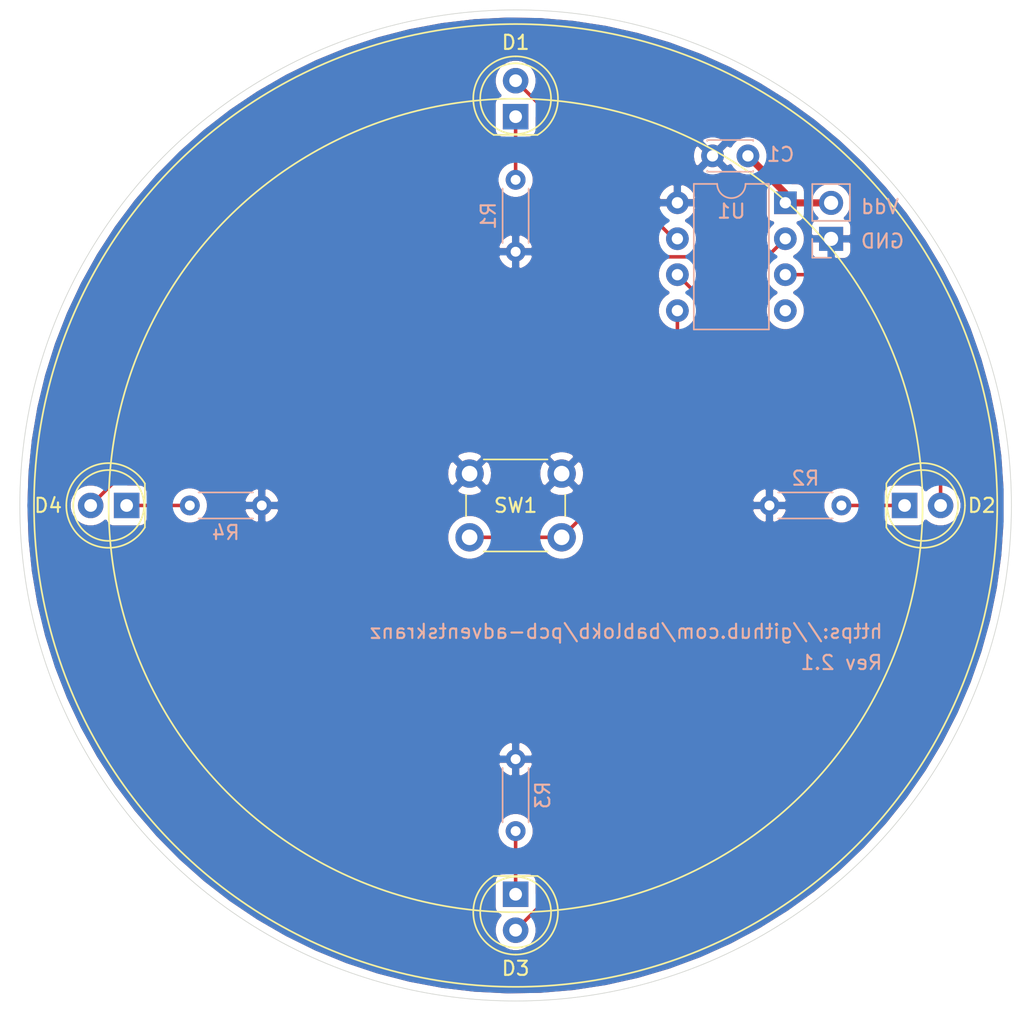
<source format=kicad_pcb>
(kicad_pcb (version 20171130) (host pcbnew 5.1.8-5.1.8)

  (general
    (thickness 1.6)
    (drawings 7)
    (tracks 23)
    (zones 0)
    (modules 12)
    (nets 13)
  )

  (page A4)
  (title_block
    (date 2021-07-14)
    (rev 2.1)
  )

  (layers
    (0 F.Cu signal)
    (31 B.Cu signal)
    (32 B.Adhes user)
    (33 F.Adhes user)
    (34 B.Paste user)
    (35 F.Paste user)
    (36 B.SilkS user)
    (37 F.SilkS user)
    (38 B.Mask user)
    (39 F.Mask user)
    (40 Dwgs.User user)
    (41 Cmts.User user)
    (42 Eco1.User user)
    (43 Eco2.User user)
    (44 Edge.Cuts user)
    (45 Margin user)
    (46 B.CrtYd user)
    (47 F.CrtYd user)
    (48 B.Fab user)
    (49 F.Fab user)
  )

  (setup
    (last_trace_width 0.25)
    (trace_clearance 0.2)
    (zone_clearance 0.508)
    (zone_45_only no)
    (trace_min 0.2)
    (via_size 0.8)
    (via_drill 0.4)
    (via_min_size 0.4)
    (via_min_drill 0.3)
    (uvia_size 0.3)
    (uvia_drill 0.1)
    (uvias_allowed no)
    (uvia_min_size 0.2)
    (uvia_min_drill 0.1)
    (edge_width 0.05)
    (segment_width 0.2)
    (pcb_text_width 0.3)
    (pcb_text_size 1.5 1.5)
    (mod_edge_width 0.12)
    (mod_text_size 1 1)
    (mod_text_width 0.15)
    (pad_size 1.524 1.524)
    (pad_drill 0.762)
    (pad_to_mask_clearance 0)
    (aux_axis_origin 0 0)
    (visible_elements FFFFEF7F)
    (pcbplotparams
      (layerselection 0x010f0_ffffffff)
      (usegerberextensions false)
      (usegerberattributes true)
      (usegerberadvancedattributes true)
      (creategerberjobfile false)
      (excludeedgelayer true)
      (linewidth 0.100000)
      (plotframeref false)
      (viasonmask false)
      (mode 1)
      (useauxorigin false)
      (hpglpennumber 1)
      (hpglpenspeed 20)
      (hpglpendiameter 15.000000)
      (psnegative false)
      (psa4output false)
      (plotreference true)
      (plotvalue false)
      (plotinvisibletext false)
      (padsonsilk true)
      (subtractmaskfromsilk false)
      (outputformat 1)
      (mirror false)
      (drillshape 0)
      (scaleselection 1)
      (outputdirectory "../production"))
  )

  (net 0 "")
  (net 1 "Net-(D1-Pad2)")
  (net 2 "Net-(D1-Pad1)")
  (net 3 "Net-(D2-Pad2)")
  (net 4 "Net-(D2-Pad1)")
  (net 5 "Net-(D3-Pad2)")
  (net 6 "Net-(D3-Pad1)")
  (net 7 "Net-(D4-Pad2)")
  (net 8 "Net-(D4-Pad1)")
  (net 9 GND)
  (net 10 /Vdd)
  (net 11 "Net-(SW1-Pad2)")
  (net 12 "Net-(U1-Pad4)")

  (net_class Default "This is the default net class."
    (clearance 0.2)
    (trace_width 0.25)
    (via_dia 0.8)
    (via_drill 0.4)
    (uvia_dia 0.3)
    (uvia_drill 0.1)
    (add_net /Vdd)
    (add_net GND)
    (add_net "Net-(D1-Pad1)")
    (add_net "Net-(D1-Pad2)")
    (add_net "Net-(D2-Pad1)")
    (add_net "Net-(D2-Pad2)")
    (add_net "Net-(D3-Pad1)")
    (add_net "Net-(D3-Pad2)")
    (add_net "Net-(D4-Pad1)")
    (add_net "Net-(D4-Pad2)")
    (add_net "Net-(SW1-Pad2)")
    (add_net "Net-(U1-Pad4)")
  )

  (module Package_DIP:DIP-8_W7.62mm (layer B.Cu) (tedit 5A02E8C5) (tstamp 60EEA766)
    (at 119.04 78.62 180)
    (descr "8-lead though-hole mounted DIP package, row spacing 7.62 mm (300 mils)")
    (tags "THT DIP DIL PDIP 2.54mm 7.62mm 300mil")
    (path /60EEA746)
    (fp_text reference U1 (at 3.81 -0.6) (layer B.SilkS)
      (effects (font (size 1 1) (thickness 0.15)) (justify mirror))
    )
    (fp_text value PIC12F675-IP (at 3.81 -9.95) (layer B.Fab) hide
      (effects (font (size 1 1) (thickness 0.15)) (justify mirror))
    )
    (fp_line (start 8.7 1.55) (end -1.1 1.55) (layer B.CrtYd) (width 0.05))
    (fp_line (start 8.7 -9.15) (end 8.7 1.55) (layer B.CrtYd) (width 0.05))
    (fp_line (start -1.1 -9.15) (end 8.7 -9.15) (layer B.CrtYd) (width 0.05))
    (fp_line (start -1.1 1.55) (end -1.1 -9.15) (layer B.CrtYd) (width 0.05))
    (fp_line (start 6.46 1.33) (end 4.81 1.33) (layer B.SilkS) (width 0.12))
    (fp_line (start 6.46 -8.95) (end 6.46 1.33) (layer B.SilkS) (width 0.12))
    (fp_line (start 1.16 -8.95) (end 6.46 -8.95) (layer B.SilkS) (width 0.12))
    (fp_line (start 1.16 1.33) (end 1.16 -8.95) (layer B.SilkS) (width 0.12))
    (fp_line (start 2.81 1.33) (end 1.16 1.33) (layer B.SilkS) (width 0.12))
    (fp_line (start 0.635 0.27) (end 1.635 1.27) (layer B.Fab) (width 0.1))
    (fp_line (start 0.635 -8.89) (end 0.635 0.27) (layer B.Fab) (width 0.1))
    (fp_line (start 6.985 -8.89) (end 0.635 -8.89) (layer B.Fab) (width 0.1))
    (fp_line (start 6.985 1.27) (end 6.985 -8.89) (layer B.Fab) (width 0.1))
    (fp_line (start 1.635 1.27) (end 6.985 1.27) (layer B.Fab) (width 0.1))
    (fp_text user %R (at 3.81 -3.81) (layer B.Fab) hide
      (effects (font (size 1 1) (thickness 0.15)) (justify mirror))
    )
    (fp_arc (start 3.81 1.33) (end 2.81 1.33) (angle 180) (layer B.SilkS) (width 0.12))
    (pad 8 thru_hole oval (at 7.62 0 180) (size 1.6 1.6) (drill 0.8) (layers *.Cu *.Mask)
      (net 9 GND))
    (pad 4 thru_hole oval (at 0 -7.62 180) (size 1.6 1.6) (drill 0.8) (layers *.Cu *.Mask)
      (net 12 "Net-(U1-Pad4)"))
    (pad 7 thru_hole oval (at 7.62 -2.54 180) (size 1.6 1.6) (drill 0.8) (layers *.Cu *.Mask)
      (net 1 "Net-(D1-Pad2)"))
    (pad 3 thru_hole oval (at 0 -5.08 180) (size 1.6 1.6) (drill 0.8) (layers *.Cu *.Mask)
      (net 3 "Net-(D2-Pad2)"))
    (pad 6 thru_hole oval (at 7.62 -5.08 180) (size 1.6 1.6) (drill 0.8) (layers *.Cu *.Mask)
      (net 5 "Net-(D3-Pad2)"))
    (pad 2 thru_hole oval (at 0 -2.54 180) (size 1.6 1.6) (drill 0.8) (layers *.Cu *.Mask)
      (net 7 "Net-(D4-Pad2)"))
    (pad 5 thru_hole oval (at 7.62 -7.62 180) (size 1.6 1.6) (drill 0.8) (layers *.Cu *.Mask)
      (net 11 "Net-(SW1-Pad2)"))
    (pad 1 thru_hole rect (at 0 0 180) (size 1.6 1.6) (drill 0.8) (layers *.Cu *.Mask)
      (net 10 /Vdd))
    (model ${KISYS3DMOD}/Package_DIP.3dshapes/DIP-8_W7.62mm.wrl
      (at (xyz 0 0 0))
      (scale (xyz 1 1 1))
      (rotate (xyz 0 0 0))
    )
  )

  (module Connector_PinHeader_2.54mm:PinHeader_1x02_P2.54mm_Vertical (layer B.Cu) (tedit 59FED5CC) (tstamp 60E9FF71)
    (at 122.27 81.17)
    (descr "Through hole straight pin header, 1x02, 2.54mm pitch, single row")
    (tags "Through hole pin header THT 1x02 2.54mm single row")
    (path /60E9C925)
    (fp_text reference J1 (at 0 2.33) (layer B.SilkS) hide
      (effects (font (size 1 1) (thickness 0.15)) (justify mirror))
    )
    (fp_text value Conn_01x02_Male (at 0 -4.87) (layer B.Fab) hide
      (effects (font (size 1 1) (thickness 0.15)) (justify mirror))
    )
    (fp_line (start 1.8 1.8) (end -1.8 1.8) (layer B.CrtYd) (width 0.05))
    (fp_line (start 1.8 -4.35) (end 1.8 1.8) (layer B.CrtYd) (width 0.05))
    (fp_line (start -1.8 -4.35) (end 1.8 -4.35) (layer B.CrtYd) (width 0.05))
    (fp_line (start -1.8 1.8) (end -1.8 -4.35) (layer B.CrtYd) (width 0.05))
    (fp_line (start -1.33 1.33) (end 0 1.33) (layer B.SilkS) (width 0.12))
    (fp_line (start -1.33 0) (end -1.33 1.33) (layer B.SilkS) (width 0.12))
    (fp_line (start -1.33 -1.27) (end 1.33 -1.27) (layer B.SilkS) (width 0.12))
    (fp_line (start 1.33 -1.27) (end 1.33 -3.87) (layer B.SilkS) (width 0.12))
    (fp_line (start -1.33 -1.27) (end -1.33 -3.87) (layer B.SilkS) (width 0.12))
    (fp_line (start -1.33 -3.87) (end 1.33 -3.87) (layer B.SilkS) (width 0.12))
    (fp_line (start -1.27 0.635) (end -0.635 1.27) (layer B.Fab) (width 0.1))
    (fp_line (start -1.27 -3.81) (end -1.27 0.635) (layer B.Fab) (width 0.1))
    (fp_line (start 1.27 -3.81) (end -1.27 -3.81) (layer B.Fab) (width 0.1))
    (fp_line (start 1.27 1.27) (end 1.27 -3.81) (layer B.Fab) (width 0.1))
    (fp_line (start -0.635 1.27) (end 1.27 1.27) (layer B.Fab) (width 0.1))
    (fp_text user %R (at 0 -1.27 270) (layer B.Fab)
      (effects (font (size 1 1) (thickness 0.15)) (justify mirror))
    )
    (pad 2 thru_hole oval (at 0 -2.54) (size 1.7 1.7) (drill 1) (layers *.Cu *.Mask)
      (net 10 /Vdd))
    (pad 1 thru_hole rect (at 0 0) (size 1.7 1.7) (drill 1) (layers *.Cu *.Mask)
      (net 9 GND))
    (model ${KISYS3DMOD}/Connector_PinHeader_2.54mm.3dshapes/PinHeader_1x02_P2.54mm_Vertical.wrl
      (at (xyz 0 0 0))
      (scale (xyz 1 1 1))
      (rotate (xyz 0 0 0))
    )
  )

  (module Capacitor_THT:C_Disc_D3.0mm_W2.0mm_P2.50mm (layer B.Cu) (tedit 5AE50EF0) (tstamp 60EEA5E1)
    (at 113.9 75.31)
    (descr "C, Disc series, Radial, pin pitch=2.50mm, , diameter*width=3*2mm^2, Capacitor")
    (tags "C Disc series Radial pin pitch 2.50mm  diameter 3mm width 2mm Capacitor")
    (path /60EED385)
    (fp_text reference C1 (at 4.8 -0.1 180) (layer B.SilkS)
      (effects (font (size 1 1) (thickness 0.15)) (justify mirror))
    )
    (fp_text value C (at 1.25 -2.25 180) (layer B.Fab) hide
      (effects (font (size 1 1) (thickness 0.15)) (justify mirror))
    )
    (fp_line (start 3.55 1.25) (end -1.05 1.25) (layer B.CrtYd) (width 0.05))
    (fp_line (start 3.55 -1.25) (end 3.55 1.25) (layer B.CrtYd) (width 0.05))
    (fp_line (start -1.05 -1.25) (end 3.55 -1.25) (layer B.CrtYd) (width 0.05))
    (fp_line (start -1.05 1.25) (end -1.05 -1.25) (layer B.CrtYd) (width 0.05))
    (fp_line (start 2.87 -1.055) (end 2.87 -1.12) (layer B.SilkS) (width 0.12))
    (fp_line (start 2.87 1.12) (end 2.87 1.055) (layer B.SilkS) (width 0.12))
    (fp_line (start -0.37 -1.055) (end -0.37 -1.12) (layer B.SilkS) (width 0.12))
    (fp_line (start -0.37 1.12) (end -0.37 1.055) (layer B.SilkS) (width 0.12))
    (fp_line (start -0.37 -1.12) (end 2.87 -1.12) (layer B.SilkS) (width 0.12))
    (fp_line (start -0.37 1.12) (end 2.87 1.12) (layer B.SilkS) (width 0.12))
    (fp_line (start 2.75 1) (end -0.25 1) (layer B.Fab) (width 0.1))
    (fp_line (start 2.75 -1) (end 2.75 1) (layer B.Fab) (width 0.1))
    (fp_line (start -0.25 -1) (end 2.75 -1) (layer B.Fab) (width 0.1))
    (fp_line (start -0.25 1) (end -0.25 -1) (layer B.Fab) (width 0.1))
    (fp_text user %R (at 1.25 0 180) (layer B.Fab)
      (effects (font (size 0.6 0.6) (thickness 0.09)) (justify mirror))
    )
    (pad 2 thru_hole circle (at 2.5 0) (size 1.6 1.6) (drill 0.8) (layers *.Cu *.Mask)
      (net 10 /Vdd))
    (pad 1 thru_hole circle (at 0 0) (size 1.6 1.6) (drill 0.8) (layers *.Cu *.Mask)
      (net 9 GND))
    (model ${KISYS3DMOD}/Capacitor_THT.3dshapes/C_Disc_D3.0mm_W2.0mm_P2.50mm.wrl
      (at (xyz 0 0 0))
      (scale (xyz 1 1 1))
      (rotate (xyz 0 0 0))
    )
  )

  (module Resistor_THT:R_Axial_DIN0204_L3.6mm_D1.6mm_P5.08mm_Horizontal (layer B.Cu) (tedit 5AE5139B) (tstamp 60E9FFAD)
    (at 77 100)
    (descr "Resistor, Axial_DIN0204 series, Axial, Horizontal, pin pitch=5.08mm, 0.167W, length*diameter=3.6*1.6mm^2, http://cdn-reichelt.de/documents/datenblatt/B400/1_4W%23YAG.pdf")
    (tags "Resistor Axial_DIN0204 series Axial Horizontal pin pitch 5.08mm 0.167W length 3.6mm diameter 1.6mm")
    (path /60E9F43F)
    (fp_text reference R4 (at 2.54 1.92) (layer B.SilkS)
      (effects (font (size 1 1) (thickness 0.15)) (justify mirror))
    )
    (fp_text value 680Ω (at 2.54 -1.92) (layer B.Fab)
      (effects (font (size 1 1) (thickness 0.15)) (justify mirror))
    )
    (fp_line (start 6.03 1.05) (end -0.95 1.05) (layer B.CrtYd) (width 0.05))
    (fp_line (start 6.03 -1.05) (end 6.03 1.05) (layer B.CrtYd) (width 0.05))
    (fp_line (start -0.95 -1.05) (end 6.03 -1.05) (layer B.CrtYd) (width 0.05))
    (fp_line (start -0.95 1.05) (end -0.95 -1.05) (layer B.CrtYd) (width 0.05))
    (fp_line (start 0.62 -0.92) (end 4.46 -0.92) (layer B.SilkS) (width 0.12))
    (fp_line (start 0.62 0.92) (end 4.46 0.92) (layer B.SilkS) (width 0.12))
    (fp_line (start 5.08 0) (end 4.34 0) (layer B.Fab) (width 0.1))
    (fp_line (start 0 0) (end 0.74 0) (layer B.Fab) (width 0.1))
    (fp_line (start 4.34 0.8) (end 0.74 0.8) (layer B.Fab) (width 0.1))
    (fp_line (start 4.34 -0.8) (end 4.34 0.8) (layer B.Fab) (width 0.1))
    (fp_line (start 0.74 -0.8) (end 4.34 -0.8) (layer B.Fab) (width 0.1))
    (fp_line (start 0.74 0.8) (end 0.74 -0.8) (layer B.Fab) (width 0.1))
    (fp_text user %R (at 2.54 0) (layer B.Fab)
      (effects (font (size 0.72 0.72) (thickness 0.108)) (justify mirror))
    )
    (pad 2 thru_hole oval (at 5.08 0) (size 1.4 1.4) (drill 0.7) (layers *.Cu *.Mask)
      (net 9 GND))
    (pad 1 thru_hole circle (at 0 0) (size 1.4 1.4) (drill 0.7) (layers *.Cu *.Mask)
      (net 8 "Net-(D4-Pad1)"))
    (model ${KISYS3DMOD}/Resistor_THT.3dshapes/R_Axial_DIN0204_L3.6mm_D1.6mm_P5.08mm_Horizontal.wrl
      (at (xyz 0 0 0))
      (scale (xyz 1 1 1))
      (rotate (xyz 0 0 0))
    )
  )

  (module Resistor_THT:R_Axial_DIN0204_L3.6mm_D1.6mm_P5.08mm_Horizontal (layer B.Cu) (tedit 5AE5139B) (tstamp 60E9FF9E)
    (at 100 123 90)
    (descr "Resistor, Axial_DIN0204 series, Axial, Horizontal, pin pitch=5.08mm, 0.167W, length*diameter=3.6*1.6mm^2, http://cdn-reichelt.de/documents/datenblatt/B400/1_4W%23YAG.pdf")
    (tags "Resistor Axial_DIN0204 series Axial Horizontal pin pitch 5.08mm 0.167W length 3.6mm diameter 1.6mm")
    (path /60E9E98F)
    (fp_text reference R3 (at 2.54 1.92 270) (layer B.SilkS)
      (effects (font (size 1 1) (thickness 0.15)) (justify mirror))
    )
    (fp_text value 680Ω (at 2.54 -1.92 270) (layer B.Fab)
      (effects (font (size 1 1) (thickness 0.15)) (justify mirror))
    )
    (fp_line (start 6.03 1.05) (end -0.95 1.05) (layer B.CrtYd) (width 0.05))
    (fp_line (start 6.03 -1.05) (end 6.03 1.05) (layer B.CrtYd) (width 0.05))
    (fp_line (start -0.95 -1.05) (end 6.03 -1.05) (layer B.CrtYd) (width 0.05))
    (fp_line (start -0.95 1.05) (end -0.95 -1.05) (layer B.CrtYd) (width 0.05))
    (fp_line (start 0.62 -0.92) (end 4.46 -0.92) (layer B.SilkS) (width 0.12))
    (fp_line (start 0.62 0.92) (end 4.46 0.92) (layer B.SilkS) (width 0.12))
    (fp_line (start 5.08 0) (end 4.34 0) (layer B.Fab) (width 0.1))
    (fp_line (start 0 0) (end 0.74 0) (layer B.Fab) (width 0.1))
    (fp_line (start 4.34 0.8) (end 0.74 0.8) (layer B.Fab) (width 0.1))
    (fp_line (start 4.34 -0.8) (end 4.34 0.8) (layer B.Fab) (width 0.1))
    (fp_line (start 0.74 -0.8) (end 4.34 -0.8) (layer B.Fab) (width 0.1))
    (fp_line (start 0.74 0.8) (end 0.74 -0.8) (layer B.Fab) (width 0.1))
    (fp_text user %R (at 2.54 0 270) (layer B.Fab)
      (effects (font (size 0.72 0.72) (thickness 0.108)) (justify mirror))
    )
    (pad 2 thru_hole oval (at 5.08 0 90) (size 1.4 1.4) (drill 0.7) (layers *.Cu *.Mask)
      (net 9 GND))
    (pad 1 thru_hole circle (at 0 0 90) (size 1.4 1.4) (drill 0.7) (layers *.Cu *.Mask)
      (net 6 "Net-(D3-Pad1)"))
    (model ${KISYS3DMOD}/Resistor_THT.3dshapes/R_Axial_DIN0204_L3.6mm_D1.6mm_P5.08mm_Horizontal.wrl
      (at (xyz 0 0 0))
      (scale (xyz 1 1 1))
      (rotate (xyz 0 0 0))
    )
  )

  (module Resistor_THT:R_Axial_DIN0204_L3.6mm_D1.6mm_P5.08mm_Horizontal (layer B.Cu) (tedit 5AE5139B) (tstamp 60E9FF8F)
    (at 123 100 180)
    (descr "Resistor, Axial_DIN0204 series, Axial, Horizontal, pin pitch=5.08mm, 0.167W, length*diameter=3.6*1.6mm^2, http://cdn-reichelt.de/documents/datenblatt/B400/1_4W%23YAG.pdf")
    (tags "Resistor Axial_DIN0204 series Axial Horizontal pin pitch 5.08mm 0.167W length 3.6mm diameter 1.6mm")
    (path /60E9E402)
    (fp_text reference R2 (at 2.54 1.92) (layer B.SilkS)
      (effects (font (size 1 1) (thickness 0.15)) (justify mirror))
    )
    (fp_text value 680Ω (at 2.54 -1.92) (layer B.Fab)
      (effects (font (size 1 1) (thickness 0.15)) (justify mirror))
    )
    (fp_line (start 6.03 1.05) (end -0.95 1.05) (layer B.CrtYd) (width 0.05))
    (fp_line (start 6.03 -1.05) (end 6.03 1.05) (layer B.CrtYd) (width 0.05))
    (fp_line (start -0.95 -1.05) (end 6.03 -1.05) (layer B.CrtYd) (width 0.05))
    (fp_line (start -0.95 1.05) (end -0.95 -1.05) (layer B.CrtYd) (width 0.05))
    (fp_line (start 0.62 -0.92) (end 4.46 -0.92) (layer B.SilkS) (width 0.12))
    (fp_line (start 0.62 0.92) (end 4.46 0.92) (layer B.SilkS) (width 0.12))
    (fp_line (start 5.08 0) (end 4.34 0) (layer B.Fab) (width 0.1))
    (fp_line (start 0 0) (end 0.74 0) (layer B.Fab) (width 0.1))
    (fp_line (start 4.34 0.8) (end 0.74 0.8) (layer B.Fab) (width 0.1))
    (fp_line (start 4.34 -0.8) (end 4.34 0.8) (layer B.Fab) (width 0.1))
    (fp_line (start 0.74 -0.8) (end 4.34 -0.8) (layer B.Fab) (width 0.1))
    (fp_line (start 0.74 0.8) (end 0.74 -0.8) (layer B.Fab) (width 0.1))
    (fp_text user %R (at 2.54 0) (layer B.Fab)
      (effects (font (size 0.72 0.72) (thickness 0.108)) (justify mirror))
    )
    (pad 2 thru_hole oval (at 5.08 0 180) (size 1.4 1.4) (drill 0.7) (layers *.Cu *.Mask)
      (net 9 GND))
    (pad 1 thru_hole circle (at 0 0 180) (size 1.4 1.4) (drill 0.7) (layers *.Cu *.Mask)
      (net 4 "Net-(D2-Pad1)"))
    (model ${KISYS3DMOD}/Resistor_THT.3dshapes/R_Axial_DIN0204_L3.6mm_D1.6mm_P5.08mm_Horizontal.wrl
      (at (xyz 0 0 0))
      (scale (xyz 1 1 1))
      (rotate (xyz 0 0 0))
    )
  )

  (module Resistor_THT:R_Axial_DIN0204_L3.6mm_D1.6mm_P5.08mm_Horizontal (layer B.Cu) (tedit 5AE5139B) (tstamp 60E9FF80)
    (at 100 77 270)
    (descr "Resistor, Axial_DIN0204 series, Axial, Horizontal, pin pitch=5.08mm, 0.167W, length*diameter=3.6*1.6mm^2, http://cdn-reichelt.de/documents/datenblatt/B400/1_4W%23YAG.pdf")
    (tags "Resistor Axial_DIN0204 series Axial Horizontal pin pitch 5.08mm 0.167W length 3.6mm diameter 1.6mm")
    (path /60E9AA1A)
    (fp_text reference R1 (at 2.54 1.92 270) (layer B.SilkS)
      (effects (font (size 1 1) (thickness 0.15)) (justify mirror))
    )
    (fp_text value 680Ω (at 2.54 -1.92 270) (layer B.Fab)
      (effects (font (size 1 1) (thickness 0.15)) (justify mirror))
    )
    (fp_line (start 6.03 1.05) (end -0.95 1.05) (layer B.CrtYd) (width 0.05))
    (fp_line (start 6.03 -1.05) (end 6.03 1.05) (layer B.CrtYd) (width 0.05))
    (fp_line (start -0.95 -1.05) (end 6.03 -1.05) (layer B.CrtYd) (width 0.05))
    (fp_line (start -0.95 1.05) (end -0.95 -1.05) (layer B.CrtYd) (width 0.05))
    (fp_line (start 0.62 -0.92) (end 4.46 -0.92) (layer B.SilkS) (width 0.12))
    (fp_line (start 0.62 0.92) (end 4.46 0.92) (layer B.SilkS) (width 0.12))
    (fp_line (start 5.08 0) (end 4.34 0) (layer B.Fab) (width 0.1))
    (fp_line (start 0 0) (end 0.74 0) (layer B.Fab) (width 0.1))
    (fp_line (start 4.34 0.8) (end 0.74 0.8) (layer B.Fab) (width 0.1))
    (fp_line (start 4.34 -0.8) (end 4.34 0.8) (layer B.Fab) (width 0.1))
    (fp_line (start 0.74 -0.8) (end 4.34 -0.8) (layer B.Fab) (width 0.1))
    (fp_line (start 0.74 0.8) (end 0.74 -0.8) (layer B.Fab) (width 0.1))
    (fp_text user %R (at 2.54 0 270) (layer B.Fab)
      (effects (font (size 0.72 0.72) (thickness 0.108)) (justify mirror))
    )
    (pad 2 thru_hole oval (at 5.08 0 270) (size 1.4 1.4) (drill 0.7) (layers *.Cu *.Mask)
      (net 9 GND))
    (pad 1 thru_hole circle (at 0 0 270) (size 1.4 1.4) (drill 0.7) (layers *.Cu *.Mask)
      (net 2 "Net-(D1-Pad1)"))
    (model ${KISYS3DMOD}/Resistor_THT.3dshapes/R_Axial_DIN0204_L3.6mm_D1.6mm_P5.08mm_Horizontal.wrl
      (at (xyz 0 0 0))
      (scale (xyz 1 1 1))
      (rotate (xyz 0 0 0))
    )
  )

  (module Button_Switch_THT:SW_PUSH_6mm (layer F.Cu) (tedit 5A02FE31) (tstamp 60E9FFCC)
    (at 96.75 97.75)
    (descr https://www.omron.com/ecb/products/pdf/en-b3f.pdf)
    (tags "tact sw push 6mm")
    (path /60E9BF3D)
    (fp_text reference SW1 (at 3.25 2.25) (layer F.SilkS)
      (effects (font (size 1 1) (thickness 0.15)))
    )
    (fp_text value SW_Push (at 3.75 6.7) (layer F.Fab)
      (effects (font (size 1 1) (thickness 0.15)))
    )
    (fp_line (start 3.25 -0.75) (end 6.25 -0.75) (layer F.Fab) (width 0.1))
    (fp_line (start 6.25 -0.75) (end 6.25 5.25) (layer F.Fab) (width 0.1))
    (fp_line (start 6.25 5.25) (end 0.25 5.25) (layer F.Fab) (width 0.1))
    (fp_line (start 0.25 5.25) (end 0.25 -0.75) (layer F.Fab) (width 0.1))
    (fp_line (start 0.25 -0.75) (end 3.25 -0.75) (layer F.Fab) (width 0.1))
    (fp_line (start 7.75 6) (end 8 6) (layer F.CrtYd) (width 0.05))
    (fp_line (start 8 6) (end 8 5.75) (layer F.CrtYd) (width 0.05))
    (fp_line (start 7.75 -1.5) (end 8 -1.5) (layer F.CrtYd) (width 0.05))
    (fp_line (start 8 -1.5) (end 8 -1.25) (layer F.CrtYd) (width 0.05))
    (fp_line (start -1.5 -1.25) (end -1.5 -1.5) (layer F.CrtYd) (width 0.05))
    (fp_line (start -1.5 -1.5) (end -1.25 -1.5) (layer F.CrtYd) (width 0.05))
    (fp_line (start -1.5 5.75) (end -1.5 6) (layer F.CrtYd) (width 0.05))
    (fp_line (start -1.5 6) (end -1.25 6) (layer F.CrtYd) (width 0.05))
    (fp_line (start -1.25 -1.5) (end 7.75 -1.5) (layer F.CrtYd) (width 0.05))
    (fp_line (start -1.5 5.75) (end -1.5 -1.25) (layer F.CrtYd) (width 0.05))
    (fp_line (start 7.75 6) (end -1.25 6) (layer F.CrtYd) (width 0.05))
    (fp_line (start 8 -1.25) (end 8 5.75) (layer F.CrtYd) (width 0.05))
    (fp_line (start 1 5.5) (end 5.5 5.5) (layer F.SilkS) (width 0.12))
    (fp_line (start -0.25 1.5) (end -0.25 3) (layer F.SilkS) (width 0.12))
    (fp_line (start 5.5 -1) (end 1 -1) (layer F.SilkS) (width 0.12))
    (fp_line (start 6.75 3) (end 6.75 1.5) (layer F.SilkS) (width 0.12))
    (fp_circle (center 3.25 2.25) (end 1.25 2.5) (layer F.Fab) (width 0.1))
    (fp_text user %R (at 3.25 2.25) (layer F.Fab)
      (effects (font (size 1 1) (thickness 0.15)))
    )
    (pad 1 thru_hole circle (at 6.5 0 90) (size 2 2) (drill 1.1) (layers *.Cu *.Mask)
      (net 9 GND))
    (pad 2 thru_hole circle (at 6.5 4.5 90) (size 2 2) (drill 1.1) (layers *.Cu *.Mask)
      (net 11 "Net-(SW1-Pad2)"))
    (pad 1 thru_hole circle (at 0 0 90) (size 2 2) (drill 1.1) (layers *.Cu *.Mask)
      (net 9 GND))
    (pad 2 thru_hole circle (at 0 4.5 90) (size 2 2) (drill 1.1) (layers *.Cu *.Mask)
      (net 11 "Net-(SW1-Pad2)"))
    (model ${KISYS3DMOD}/Button_Switch_THT.3dshapes/SW_PUSH_6mm.wrl
      (at (xyz 0 0 0))
      (scale (xyz 1 1 1))
      (rotate (xyz 0 0 0))
    )
  )

  (module LED_THT:LED_D5.0mm_Clear (layer F.Cu) (tedit 5A6C9BC0) (tstamp 60E9FF57)
    (at 72.54 100 180)
    (descr "LED, diameter 5.0mm, 2 pins, http://cdn-reichelt.de/documents/datenblatt/A500/LL-504BC2E-009.pdf")
    (tags "LED diameter 5.0mm 2 pins")
    (path /60E9F439)
    (fp_text reference D4 (at 5.54 0) (layer F.SilkS)
      (effects (font (size 1 1) (thickness 0.15)))
    )
    (fp_text value LED (at 1.27 3.96) (layer F.Fab)
      (effects (font (size 1 1) (thickness 0.15)))
    )
    (fp_line (start -1.23 -1.469694) (end -1.23 1.469694) (layer F.Fab) (width 0.1))
    (fp_line (start -1.29 -1.545) (end -1.29 1.545) (layer F.SilkS) (width 0.12))
    (fp_line (start -1.95 -3.25) (end -1.95 3.25) (layer F.CrtYd) (width 0.05))
    (fp_line (start -1.95 3.25) (end 4.5 3.25) (layer F.CrtYd) (width 0.05))
    (fp_line (start 4.5 3.25) (end 4.5 -3.25) (layer F.CrtYd) (width 0.05))
    (fp_line (start 4.5 -3.25) (end -1.95 -3.25) (layer F.CrtYd) (width 0.05))
    (fp_circle (center 1.27 0) (end 3.77 0) (layer F.Fab) (width 0.1))
    (fp_circle (center 1.27 0) (end 3.77 0) (layer F.SilkS) (width 0.12))
    (fp_arc (start 1.27 0) (end -1.29 1.54483) (angle -148.9) (layer F.SilkS) (width 0.12))
    (fp_arc (start 1.27 0) (end -1.29 -1.54483) (angle 148.9) (layer F.SilkS) (width 0.12))
    (fp_arc (start 1.27 0) (end -1.23 -1.469694) (angle 299.1) (layer F.Fab) (width 0.1))
    (fp_text user %R (at 1.25 0) (layer F.Fab)
      (effects (font (size 0.8 0.8) (thickness 0.2)))
    )
    (pad 2 thru_hole circle (at 2.54 0 180) (size 1.8 1.8) (drill 0.9) (layers *.Cu *.Mask)
      (net 7 "Net-(D4-Pad2)"))
    (pad 1 thru_hole rect (at 0 0 180) (size 1.8 1.8) (drill 0.9) (layers *.Cu *.Mask)
      (net 8 "Net-(D4-Pad1)"))
    (model ${KISYS3DMOD}/LED_THT.3dshapes/LED_D5.0mm_Clear.wrl
      (at (xyz 0 0 0))
      (scale (xyz 1 1 1))
      (rotate (xyz 0 0 0))
    )
  )

  (module LED_THT:LED_D5.0mm_Clear (layer F.Cu) (tedit 5A6C9BC0) (tstamp 60E9FF45)
    (at 100 127.46 270)
    (descr "LED, diameter 5.0mm, 2 pins, http://cdn-reichelt.de/documents/datenblatt/A500/LL-504BC2E-009.pdf")
    (tags "LED diameter 5.0mm 2 pins")
    (path /60E9E989)
    (fp_text reference D3 (at 5.24 0 180) (layer F.SilkS)
      (effects (font (size 1 1) (thickness 0.15)))
    )
    (fp_text value LED (at 1.27 3.96 90) (layer F.Fab)
      (effects (font (size 1 1) (thickness 0.15)))
    )
    (fp_line (start -1.23 -1.469694) (end -1.23 1.469694) (layer F.Fab) (width 0.1))
    (fp_line (start -1.29 -1.545) (end -1.29 1.545) (layer F.SilkS) (width 0.12))
    (fp_line (start -1.95 -3.25) (end -1.95 3.25) (layer F.CrtYd) (width 0.05))
    (fp_line (start -1.95 3.25) (end 4.5 3.25) (layer F.CrtYd) (width 0.05))
    (fp_line (start 4.5 3.25) (end 4.5 -3.25) (layer F.CrtYd) (width 0.05))
    (fp_line (start 4.5 -3.25) (end -1.95 -3.25) (layer F.CrtYd) (width 0.05))
    (fp_circle (center 1.27 0) (end 3.77 0) (layer F.Fab) (width 0.1))
    (fp_circle (center 1.27 0) (end 3.77 0) (layer F.SilkS) (width 0.12))
    (fp_arc (start 1.27 0) (end -1.29 1.54483) (angle -148.9) (layer F.SilkS) (width 0.12))
    (fp_arc (start 1.27 0) (end -1.29 -1.54483) (angle 148.9) (layer F.SilkS) (width 0.12))
    (fp_arc (start 1.27 0) (end -1.23 -1.469694) (angle 299.1) (layer F.Fab) (width 0.1))
    (fp_text user %R (at 1.25 0 90) (layer F.Fab)
      (effects (font (size 0.8 0.8) (thickness 0.2)))
    )
    (pad 2 thru_hole circle (at 2.54 0 270) (size 1.8 1.8) (drill 0.9) (layers *.Cu *.Mask)
      (net 5 "Net-(D3-Pad2)"))
    (pad 1 thru_hole rect (at 0 0 270) (size 1.8 1.8) (drill 0.9) (layers *.Cu *.Mask)
      (net 6 "Net-(D3-Pad1)"))
    (model ${KISYS3DMOD}/LED_THT.3dshapes/LED_D5.0mm_Clear.wrl
      (at (xyz 0 0 0))
      (scale (xyz 1 1 1))
      (rotate (xyz 0 0 0))
    )
  )

  (module LED_THT:LED_D5.0mm_Clear (layer F.Cu) (tedit 5A6C9BC0) (tstamp 60E9FF33)
    (at 127.46 100)
    (descr "LED, diameter 5.0mm, 2 pins, http://cdn-reichelt.de/documents/datenblatt/A500/LL-504BC2E-009.pdf")
    (tags "LED diameter 5.0mm 2 pins")
    (path /60E9E3FC)
    (fp_text reference D2 (at 5.44 0) (layer F.SilkS)
      (effects (font (size 1 1) (thickness 0.15)))
    )
    (fp_text value LED (at 1.27 3.96) (layer F.Fab)
      (effects (font (size 1 1) (thickness 0.15)))
    )
    (fp_line (start -1.23 -1.469694) (end -1.23 1.469694) (layer F.Fab) (width 0.1))
    (fp_line (start -1.29 -1.545) (end -1.29 1.545) (layer F.SilkS) (width 0.12))
    (fp_line (start -1.95 -3.25) (end -1.95 3.25) (layer F.CrtYd) (width 0.05))
    (fp_line (start -1.95 3.25) (end 4.5 3.25) (layer F.CrtYd) (width 0.05))
    (fp_line (start 4.5 3.25) (end 4.5 -3.25) (layer F.CrtYd) (width 0.05))
    (fp_line (start 4.5 -3.25) (end -1.95 -3.25) (layer F.CrtYd) (width 0.05))
    (fp_circle (center 1.27 0) (end 3.77 0) (layer F.Fab) (width 0.1))
    (fp_circle (center 1.27 0) (end 3.77 0) (layer F.SilkS) (width 0.12))
    (fp_arc (start 1.27 0) (end -1.29 1.54483) (angle -148.9) (layer F.SilkS) (width 0.12))
    (fp_arc (start 1.27 0) (end -1.29 -1.54483) (angle 148.9) (layer F.SilkS) (width 0.12))
    (fp_arc (start 1.27 0) (end -1.23 -1.469694) (angle 299.1) (layer F.Fab) (width 0.1))
    (fp_text user %R (at 1.25 0) (layer F.Fab)
      (effects (font (size 0.8 0.8) (thickness 0.2)))
    )
    (pad 2 thru_hole circle (at 2.54 0) (size 1.8 1.8) (drill 0.9) (layers *.Cu *.Mask)
      (net 3 "Net-(D2-Pad2)"))
    (pad 1 thru_hole rect (at 0 0) (size 1.8 1.8) (drill 0.9) (layers *.Cu *.Mask)
      (net 4 "Net-(D2-Pad1)"))
    (model ${KISYS3DMOD}/LED_THT.3dshapes/LED_D5.0mm_Clear.wrl
      (at (xyz 0 0 0))
      (scale (xyz 1 1 1))
      (rotate (xyz 0 0 0))
    )
  )

  (module LED_THT:LED_D5.0mm_Clear (layer F.Cu) (tedit 5A6C9BC0) (tstamp 60E9FF21)
    (at 100 72.54 90)
    (descr "LED, diameter 5.0mm, 2 pins, http://cdn-reichelt.de/documents/datenblatt/A500/LL-504BC2E-009.pdf")
    (tags "LED diameter 5.0mm 2 pins")
    (path /60E9A1E9)
    (fp_text reference D1 (at 5.24 0 180) (layer F.SilkS)
      (effects (font (size 1 1) (thickness 0.15)))
    )
    (fp_text value LED (at 1.27 3.96 90) (layer F.Fab)
      (effects (font (size 1 1) (thickness 0.15)))
    )
    (fp_line (start -1.23 -1.469694) (end -1.23 1.469694) (layer F.Fab) (width 0.1))
    (fp_line (start -1.29 -1.545) (end -1.29 1.545) (layer F.SilkS) (width 0.12))
    (fp_line (start -1.95 -3.25) (end -1.95 3.25) (layer F.CrtYd) (width 0.05))
    (fp_line (start -1.95 3.25) (end 4.5 3.25) (layer F.CrtYd) (width 0.05))
    (fp_line (start 4.5 3.25) (end 4.5 -3.25) (layer F.CrtYd) (width 0.05))
    (fp_line (start 4.5 -3.25) (end -1.95 -3.25) (layer F.CrtYd) (width 0.05))
    (fp_circle (center 1.27 0) (end 3.77 0) (layer F.Fab) (width 0.1))
    (fp_circle (center 1.27 0) (end 3.77 0) (layer F.SilkS) (width 0.12))
    (fp_arc (start 1.27 0) (end -1.29 1.54483) (angle -148.9) (layer F.SilkS) (width 0.12))
    (fp_arc (start 1.27 0) (end -1.29 -1.54483) (angle 148.9) (layer F.SilkS) (width 0.12))
    (fp_arc (start 1.27 0) (end -1.23 -1.469694) (angle 299.1) (layer F.Fab) (width 0.1))
    (fp_text user %R (at 1.25 0 90) (layer F.Fab)
      (effects (font (size 0.8 0.8) (thickness 0.2)))
    )
    (pad 2 thru_hole circle (at 2.54 0 90) (size 1.8 1.8) (drill 0.9) (layers *.Cu *.Mask)
      (net 1 "Net-(D1-Pad2)"))
    (pad 1 thru_hole rect (at 0 0 90) (size 1.8 1.8) (drill 0.9) (layers *.Cu *.Mask)
      (net 2 "Net-(D1-Pad1)"))
    (model ${KISYS3DMOD}/LED_THT.3dshapes/LED_D5.0mm_Clear.wrl
      (at (xyz 0 0 0))
      (scale (xyz 1 1 1))
      (rotate (xyz 0 0 0))
    )
  )

  (gr_text GND (at 124.28 81.33) (layer B.SilkS) (tstamp 60EE951C)
    (effects (font (size 1 1) (thickness 0.15)) (justify right mirror))
  )
  (gr_text Vdd (at 124.29 78.9) (layer B.SilkS) (tstamp 60EE951C)
    (effects (font (size 1 1) (thickness 0.15)) (justify right mirror))
  )
  (gr_text "Rev 2.1" (at 123 111.1) (layer B.SilkS)
    (effects (font (size 1 1) (thickness 0.15)) (justify mirror))
  )
  (gr_text https://github.com/bablokb/pcb-adventskranz (at 107.8 108.9) (layer B.SilkS)
    (effects (font (size 1 1) (thickness 0.15)) (justify mirror))
  )
  (gr_circle (center 100 100) (end 134 100) (layer F.SilkS) (width 0.12))
  (gr_circle (center 100 100) (end 128.73 100) (layer F.SilkS) (width 0.12))
  (gr_circle (center 100 100) (end 135 100) (layer Edge.Cuts) (width 0.05))

  (segment (start 111.16 81.16) (end 111.42 81.16) (width 0.25) (layer F.Cu) (net 1))
  (segment (start 100 70) (end 111.16 81.16) (width 0.25) (layer F.Cu) (net 1))
  (segment (start 100 77) (end 100 72.54) (width 0.25) (layer F.Cu) (net 2) (status 30))
  (segment (start 130 92.03) (end 130 100) (width 0.25) (layer F.Cu) (net 3))
  (segment (start 121.67 83.7) (end 130 92.03) (width 0.25) (layer F.Cu) (net 3))
  (segment (start 119.04 83.7) (end 121.67 83.7) (width 0.25) (layer F.Cu) (net 3))
  (segment (start 123 100) (end 127.46 100) (width 0.25) (layer F.Cu) (net 4) (status 30))
  (segment (start 100 130) (end 113.55 116.45) (width 0.25) (layer F.Cu) (net 5))
  (segment (start 113.55 85.83) (end 111.42 83.7) (width 0.25) (layer F.Cu) (net 5))
  (segment (start 113.55 116.45) (end 113.55 85.83) (width 0.25) (layer F.Cu) (net 5))
  (segment (start 100 123) (end 100 127.46) (width 0.25) (layer F.Cu) (net 6) (status 30))
  (segment (start 70.154998 100) (end 70 100) (width 0.25) (layer F.Cu) (net 7) (status 30))
  (segment (start 76.52 93.48) (end 70 100) (width 0.25) (layer F.Cu) (net 7))
  (segment (start 94.49 93.48) (end 76.52 93.48) (width 0.25) (layer F.Cu) (net 7))
  (segment (start 117.76 82.44) (end 105.53 82.44) (width 0.25) (layer F.Cu) (net 7))
  (segment (start 105.53 82.44) (end 94.49 93.48) (width 0.25) (layer F.Cu) (net 7))
  (segment (start 119.04 81.16) (end 117.76 82.44) (width 0.25) (layer F.Cu) (net 7))
  (segment (start 72.54 100) (end 77 100) (width 0.25) (layer F.Cu) (net 8) (status 30))
  (segment (start 119.04 77.95) (end 116.4 75.31) (width 0.5) (layer F.Cu) (net 10) (status 30))
  (segment (start 122.27 78.63) (end 119.05 78.63) (width 0.5) (layer F.Cu) (net 10) (status 30))
  (segment (start 103.25 102.25) (end 96.75 102.25) (width 0.25) (layer F.Cu) (net 11) (status 30))
  (segment (start 111.42 94.08) (end 111.42 86.24) (width 0.25) (layer F.Cu) (net 11))
  (segment (start 103.25 102.25) (end 111.42 94.08) (width 0.25) (layer F.Cu) (net 11))

  (zone (net 9) (net_name GND) (layer B.Cu) (tstamp 60EEB050) (hatch edge 0.508)
    (connect_pads (clearance 0.508))
    (min_thickness 0.254)
    (fill yes (arc_segments 32) (thermal_gap 0.508) (thermal_bridge_width 0.508))
    (polygon
      (pts
        (xy 135.9 136) (xy 63.6 136) (xy 63.6 64.3) (xy 135.9 64.3)
      )
    )
    (filled_polygon
      (pts
        (xy 101.739292 65.704075) (xy 104.050634 65.899737) (xy 106.343493 66.25099) (xy 108.607408 66.756232) (xy 110.83205 67.413158)
        (xy 113.007267 68.21877) (xy 115.123135 69.169392) (xy 117.17 70.260688) (xy 119.138522 71.487677) (xy 121.019719 72.844761)
        (xy 122.805009 74.325749) (xy 124.486244 75.923882) (xy 126.055754 77.631869) (xy 127.506378 79.441917) (xy 128.831496 81.345766)
        (xy 130.025063 83.334731) (xy 131.081632 85.399735) (xy 131.996383 87.531357) (xy 132.765142 89.71987) (xy 133.384401 91.95529)
        (xy 133.851335 94.227415) (xy 134.163813 96.52588) (xy 134.320409 98.840196) (xy 134.320409 101.159804) (xy 134.163813 103.47412)
        (xy 133.851335 105.772585) (xy 133.384401 108.04471) (xy 132.765142 110.28013) (xy 131.996383 112.468643) (xy 131.081632 114.600265)
        (xy 130.025063 116.665269) (xy 128.831496 118.654234) (xy 127.506378 120.558083) (xy 126.055754 122.368131) (xy 124.486244 124.076118)
        (xy 122.805009 125.674251) (xy 121.019719 127.155239) (xy 119.138522 128.512323) (xy 117.17 129.739312) (xy 115.123135 130.830608)
        (xy 113.007267 131.78123) (xy 110.83205 132.586842) (xy 108.607408 133.243768) (xy 106.343493 133.74901) (xy 104.050634 134.100263)
        (xy 101.739292 134.295925) (xy 99.420015 134.335102) (xy 97.103384 134.217616) (xy 94.79997 133.944002) (xy 92.520282 133.51551)
        (xy 90.274723 132.934095) (xy 88.073538 132.202408) (xy 85.92677 131.32379) (xy 83.844215 130.302248) (xy 81.835376 129.142444)
        (xy 79.909417 127.849669) (xy 78.243302 126.56) (xy 98.461928 126.56) (xy 98.461928 128.36) (xy 98.474188 128.484482)
        (xy 98.510498 128.60418) (xy 98.569463 128.714494) (xy 98.648815 128.811185) (xy 98.745506 128.890537) (xy 98.85582 128.949502)
        (xy 98.874127 128.955056) (xy 98.807688 129.021495) (xy 98.639701 129.272905) (xy 98.523989 129.552257) (xy 98.465 129.848816)
        (xy 98.465 130.151184) (xy 98.523989 130.447743) (xy 98.639701 130.727095) (xy 98.807688 130.978505) (xy 99.021495 131.192312)
        (xy 99.272905 131.360299) (xy 99.552257 131.476011) (xy 99.848816 131.535) (xy 100.151184 131.535) (xy 100.447743 131.476011)
        (xy 100.727095 131.360299) (xy 100.978505 131.192312) (xy 101.192312 130.978505) (xy 101.360299 130.727095) (xy 101.476011 130.447743)
        (xy 101.535 130.151184) (xy 101.535 129.848816) (xy 101.476011 129.552257) (xy 101.360299 129.272905) (xy 101.192312 129.021495)
        (xy 101.125873 128.955056) (xy 101.14418 128.949502) (xy 101.254494 128.890537) (xy 101.351185 128.811185) (xy 101.430537 128.714494)
        (xy 101.489502 128.60418) (xy 101.525812 128.484482) (xy 101.538072 128.36) (xy 101.538072 126.56) (xy 101.525812 126.435518)
        (xy 101.489502 126.31582) (xy 101.430537 126.205506) (xy 101.351185 126.108815) (xy 101.254494 126.029463) (xy 101.14418 125.970498)
        (xy 101.024482 125.934188) (xy 100.9 125.921928) (xy 99.1 125.921928) (xy 98.975518 125.934188) (xy 98.85582 125.970498)
        (xy 98.745506 126.029463) (xy 98.648815 126.108815) (xy 98.569463 126.205506) (xy 98.510498 126.31582) (xy 98.474188 126.435518)
        (xy 98.461928 126.56) (xy 78.243302 126.56) (xy 78.075128 126.429824) (xy 76.340876 124.889384) (xy 74.714576 123.235381)
        (xy 74.399632 122.868514) (xy 98.665 122.868514) (xy 98.665 123.131486) (xy 98.716304 123.389405) (xy 98.816939 123.632359)
        (xy 98.963038 123.851013) (xy 99.148987 124.036962) (xy 99.367641 124.183061) (xy 99.610595 124.283696) (xy 99.868514 124.335)
        (xy 100.131486 124.335) (xy 100.389405 124.283696) (xy 100.632359 124.183061) (xy 100.851013 124.036962) (xy 101.036962 123.851013)
        (xy 101.183061 123.632359) (xy 101.283696 123.389405) (xy 101.335 123.131486) (xy 101.335 122.868514) (xy 101.283696 122.610595)
        (xy 101.183061 122.367641) (xy 101.036962 122.148987) (xy 100.851013 121.963038) (xy 100.632359 121.816939) (xy 100.389405 121.716304)
        (xy 100.131486 121.665) (xy 99.868514 121.665) (xy 99.610595 121.716304) (xy 99.367641 121.816939) (xy 99.148987 121.963038)
        (xy 98.963038 122.148987) (xy 98.816939 122.367641) (xy 98.716304 122.610595) (xy 98.665 122.868514) (xy 74.399632 122.868514)
        (xy 73.203647 121.475359) (xy 71.814983 119.617351) (xy 70.932451 118.25333) (xy 98.707278 118.25333) (xy 98.797147 118.499123)
        (xy 98.933241 118.72266) (xy 99.11033 118.915351) (xy 99.321608 119.069792) (xy 99.558956 119.180047) (xy 99.666671 119.212716)
        (xy 99.873 119.089374) (xy 99.873 118.047) (xy 100.127 118.047) (xy 100.127 119.089374) (xy 100.333329 119.212716)
        (xy 100.441044 119.180047) (xy 100.678392 119.069792) (xy 100.88967 118.915351) (xy 101.066759 118.72266) (xy 101.202853 118.499123)
        (xy 101.292722 118.25333) (xy 101.170201 118.047) (xy 100.127 118.047) (xy 99.873 118.047) (xy 98.829799 118.047)
        (xy 98.707278 118.25333) (xy 70.932451 118.25333) (xy 70.554922 117.669832) (xy 70.508764 117.58667) (xy 98.707278 117.58667)
        (xy 98.829799 117.793) (xy 99.873 117.793) (xy 99.873 116.750626) (xy 100.127 116.750626) (xy 100.127 117.793)
        (xy 101.170201 117.793) (xy 101.292722 117.58667) (xy 101.202853 117.340877) (xy 101.066759 117.11734) (xy 100.88967 116.924649)
        (xy 100.678392 116.770208) (xy 100.441044 116.659953) (xy 100.333329 116.627284) (xy 100.127 116.750626) (xy 99.873 116.750626)
        (xy 99.666671 116.627284) (xy 99.558956 116.659953) (xy 99.321608 116.770208) (xy 99.11033 116.924649) (xy 98.933241 117.11734)
        (xy 98.797147 117.340877) (xy 98.707278 117.58667) (xy 70.508764 117.58667) (xy 69.429212 115.641691) (xy 68.442989 113.54218)
        (xy 67.600753 111.380879) (xy 66.906348 109.16765) (xy 66.362942 106.912591) (xy 65.973014 104.625992) (xy 65.738343 102.318285)
        (xy 65.730594 102.088967) (xy 95.115 102.088967) (xy 95.115 102.411033) (xy 95.177832 102.726912) (xy 95.301082 103.024463)
        (xy 95.480013 103.292252) (xy 95.707748 103.519987) (xy 95.975537 103.698918) (xy 96.273088 103.822168) (xy 96.588967 103.885)
        (xy 96.911033 103.885) (xy 97.226912 103.822168) (xy 97.524463 103.698918) (xy 97.792252 103.519987) (xy 98.019987 103.292252)
        (xy 98.198918 103.024463) (xy 98.322168 102.726912) (xy 98.385 102.411033) (xy 98.385 102.088967) (xy 101.615 102.088967)
        (xy 101.615 102.411033) (xy 101.677832 102.726912) (xy 101.801082 103.024463) (xy 101.980013 103.292252) (xy 102.207748 103.519987)
        (xy 102.475537 103.698918) (xy 102.773088 103.822168) (xy 103.088967 103.885) (xy 103.411033 103.885) (xy 103.726912 103.822168)
        (xy 104.024463 103.698918) (xy 104.292252 103.519987) (xy 104.519987 103.292252) (xy 104.698918 103.024463) (xy 104.822168 102.726912)
        (xy 104.885 102.411033) (xy 104.885 102.088967) (xy 104.822168 101.773088) (xy 104.698918 101.475537) (xy 104.519987 101.207748)
        (xy 104.292252 100.980013) (xy 104.024463 100.801082) (xy 103.726912 100.677832) (xy 103.411033 100.615) (xy 103.088967 100.615)
        (xy 102.773088 100.677832) (xy 102.475537 100.801082) (xy 102.207748 100.980013) (xy 101.980013 101.207748) (xy 101.801082 101.475537)
        (xy 101.677832 101.773088) (xy 101.615 102.088967) (xy 98.385 102.088967) (xy 98.322168 101.773088) (xy 98.198918 101.475537)
        (xy 98.019987 101.207748) (xy 97.792252 100.980013) (xy 97.524463 100.801082) (xy 97.226912 100.677832) (xy 96.911033 100.615)
        (xy 96.588967 100.615) (xy 96.273088 100.677832) (xy 95.975537 100.801082) (xy 95.707748 100.980013) (xy 95.480013 101.207748)
        (xy 95.301082 101.475537) (xy 95.177832 101.773088) (xy 95.115 102.088967) (xy 65.730594 102.088967) (xy 65.66 100)
        (xy 65.665109 99.848816) (xy 68.465 99.848816) (xy 68.465 100.151184) (xy 68.523989 100.447743) (xy 68.639701 100.727095)
        (xy 68.807688 100.978505) (xy 69.021495 101.192312) (xy 69.272905 101.360299) (xy 69.552257 101.476011) (xy 69.848816 101.535)
        (xy 70.151184 101.535) (xy 70.447743 101.476011) (xy 70.727095 101.360299) (xy 70.978505 101.192312) (xy 71.044944 101.125873)
        (xy 71.050498 101.14418) (xy 71.109463 101.254494) (xy 71.188815 101.351185) (xy 71.285506 101.430537) (xy 71.39582 101.489502)
        (xy 71.515518 101.525812) (xy 71.64 101.538072) (xy 73.44 101.538072) (xy 73.564482 101.525812) (xy 73.68418 101.489502)
        (xy 73.794494 101.430537) (xy 73.891185 101.351185) (xy 73.970537 101.254494) (xy 74.029502 101.14418) (xy 74.065812 101.024482)
        (xy 74.078072 100.9) (xy 74.078072 99.868514) (xy 75.665 99.868514) (xy 75.665 100.131486) (xy 75.716304 100.389405)
        (xy 75.816939 100.632359) (xy 75.963038 100.851013) (xy 76.148987 101.036962) (xy 76.367641 101.183061) (xy 76.610595 101.283696)
        (xy 76.868514 101.335) (xy 77.131486 101.335) (xy 77.389405 101.283696) (xy 77.632359 101.183061) (xy 77.851013 101.036962)
        (xy 78.036962 100.851013) (xy 78.183061 100.632359) (xy 78.283696 100.389405) (xy 78.29485 100.333329) (xy 80.787284 100.333329)
        (xy 80.819953 100.441044) (xy 80.930208 100.678392) (xy 81.084649 100.88967) (xy 81.27734 101.066759) (xy 81.500877 101.202853)
        (xy 81.74667 101.292722) (xy 81.953 101.170201) (xy 81.953 100.127) (xy 82.207 100.127) (xy 82.207 101.170201)
        (xy 82.41333 101.292722) (xy 82.659123 101.202853) (xy 82.88266 101.066759) (xy 83.075351 100.88967) (xy 83.229792 100.678392)
        (xy 83.340047 100.441044) (xy 83.372716 100.333329) (xy 116.627284 100.333329) (xy 116.659953 100.441044) (xy 116.770208 100.678392)
        (xy 116.924649 100.88967) (xy 117.11734 101.066759) (xy 117.340877 101.202853) (xy 117.58667 101.292722) (xy 117.793 101.170201)
        (xy 117.793 100.127) (xy 118.047 100.127) (xy 118.047 101.170201) (xy 118.25333 101.292722) (xy 118.499123 101.202853)
        (xy 118.72266 101.066759) (xy 118.915351 100.88967) (xy 119.069792 100.678392) (xy 119.180047 100.441044) (xy 119.212716 100.333329)
        (xy 119.089374 100.127) (xy 118.047 100.127) (xy 117.793 100.127) (xy 116.750626 100.127) (xy 116.627284 100.333329)
        (xy 83.372716 100.333329) (xy 83.249374 100.127) (xy 82.207 100.127) (xy 81.953 100.127) (xy 80.910626 100.127)
        (xy 80.787284 100.333329) (xy 78.29485 100.333329) (xy 78.335 100.131486) (xy 78.335 99.868514) (xy 78.294851 99.666671)
        (xy 80.787284 99.666671) (xy 80.910626 99.873) (xy 81.953 99.873) (xy 81.953 98.829799) (xy 82.207 98.829799)
        (xy 82.207 99.873) (xy 83.249374 99.873) (xy 83.372716 99.666671) (xy 116.627284 99.666671) (xy 116.750626 99.873)
        (xy 117.793 99.873) (xy 117.793 98.829799) (xy 118.047 98.829799) (xy 118.047 99.873) (xy 119.089374 99.873)
        (xy 119.092055 99.868514) (xy 121.665 99.868514) (xy 121.665 100.131486) (xy 121.716304 100.389405) (xy 121.816939 100.632359)
        (xy 121.963038 100.851013) (xy 122.148987 101.036962) (xy 122.367641 101.183061) (xy 122.610595 101.283696) (xy 122.868514 101.335)
        (xy 123.131486 101.335) (xy 123.389405 101.283696) (xy 123.632359 101.183061) (xy 123.851013 101.036962) (xy 124.036962 100.851013)
        (xy 124.183061 100.632359) (xy 124.283696 100.389405) (xy 124.335 100.131486) (xy 124.335 99.868514) (xy 124.283696 99.610595)
        (xy 124.183061 99.367641) (xy 124.036962 99.148987) (xy 123.987975 99.1) (xy 125.921928 99.1) (xy 125.921928 100.9)
        (xy 125.934188 101.024482) (xy 125.970498 101.14418) (xy 126.029463 101.254494) (xy 126.108815 101.351185) (xy 126.205506 101.430537)
        (xy 126.31582 101.489502) (xy 126.435518 101.525812) (xy 126.56 101.538072) (xy 128.36 101.538072) (xy 128.484482 101.525812)
        (xy 128.60418 101.489502) (xy 128.714494 101.430537) (xy 128.811185 101.351185) (xy 128.890537 101.254494) (xy 128.949502 101.14418)
        (xy 128.955056 101.125873) (xy 129.021495 101.192312) (xy 129.272905 101.360299) (xy 129.552257 101.476011) (xy 129.848816 101.535)
        (xy 130.151184 101.535) (xy 130.447743 101.476011) (xy 130.727095 101.360299) (xy 130.978505 101.192312) (xy 131.192312 100.978505)
        (xy 131.360299 100.727095) (xy 131.476011 100.447743) (xy 131.535 100.151184) (xy 131.535 99.848816) (xy 131.476011 99.552257)
        (xy 131.360299 99.272905) (xy 131.192312 99.021495) (xy 130.978505 98.807688) (xy 130.727095 98.639701) (xy 130.447743 98.523989)
        (xy 130.151184 98.465) (xy 129.848816 98.465) (xy 129.552257 98.523989) (xy 129.272905 98.639701) (xy 129.021495 98.807688)
        (xy 128.955056 98.874127) (xy 128.949502 98.85582) (xy 128.890537 98.745506) (xy 128.811185 98.648815) (xy 128.714494 98.569463)
        (xy 128.60418 98.510498) (xy 128.484482 98.474188) (xy 128.36 98.461928) (xy 126.56 98.461928) (xy 126.435518 98.474188)
        (xy 126.31582 98.510498) (xy 126.205506 98.569463) (xy 126.108815 98.648815) (xy 126.029463 98.745506) (xy 125.970498 98.85582)
        (xy 125.934188 98.975518) (xy 125.921928 99.1) (xy 123.987975 99.1) (xy 123.851013 98.963038) (xy 123.632359 98.816939)
        (xy 123.389405 98.716304) (xy 123.131486 98.665) (xy 122.868514 98.665) (xy 122.610595 98.716304) (xy 122.367641 98.816939)
        (xy 122.148987 98.963038) (xy 121.963038 99.148987) (xy 121.816939 99.367641) (xy 121.716304 99.610595) (xy 121.665 99.868514)
        (xy 119.092055 99.868514) (xy 119.212716 99.666671) (xy 119.180047 99.558956) (xy 119.069792 99.321608) (xy 118.915351 99.11033)
        (xy 118.72266 98.933241) (xy 118.499123 98.797147) (xy 118.25333 98.707278) (xy 118.047 98.829799) (xy 117.793 98.829799)
        (xy 117.58667 98.707278) (xy 117.340877 98.797147) (xy 117.11734 98.933241) (xy 116.924649 99.11033) (xy 116.770208 99.321608)
        (xy 116.659953 99.558956) (xy 116.627284 99.666671) (xy 83.372716 99.666671) (xy 83.340047 99.558956) (xy 83.229792 99.321608)
        (xy 83.075351 99.11033) (xy 82.88266 98.933241) (xy 82.804102 98.885413) (xy 95.794192 98.885413) (xy 95.889956 99.149814)
        (xy 96.179571 99.290704) (xy 96.491108 99.372384) (xy 96.812595 99.391718) (xy 97.131675 99.347961) (xy 97.436088 99.242795)
        (xy 97.610044 99.149814) (xy 97.705808 98.885413) (xy 102.294192 98.885413) (xy 102.389956 99.149814) (xy 102.679571 99.290704)
        (xy 102.991108 99.372384) (xy 103.312595 99.391718) (xy 103.631675 99.347961) (xy 103.936088 99.242795) (xy 104.110044 99.149814)
        (xy 104.205808 98.885413) (xy 103.25 97.929605) (xy 102.294192 98.885413) (xy 97.705808 98.885413) (xy 96.75 97.929605)
        (xy 95.794192 98.885413) (xy 82.804102 98.885413) (xy 82.659123 98.797147) (xy 82.41333 98.707278) (xy 82.207 98.829799)
        (xy 81.953 98.829799) (xy 81.74667 98.707278) (xy 81.500877 98.797147) (xy 81.27734 98.933241) (xy 81.084649 99.11033)
        (xy 80.930208 99.321608) (xy 80.819953 99.558956) (xy 80.787284 99.666671) (xy 78.294851 99.666671) (xy 78.283696 99.610595)
        (xy 78.183061 99.367641) (xy 78.036962 99.148987) (xy 77.851013 98.963038) (xy 77.632359 98.816939) (xy 77.389405 98.716304)
        (xy 77.131486 98.665) (xy 76.868514 98.665) (xy 76.610595 98.716304) (xy 76.367641 98.816939) (xy 76.148987 98.963038)
        (xy 75.963038 99.148987) (xy 75.816939 99.367641) (xy 75.716304 99.610595) (xy 75.665 99.868514) (xy 74.078072 99.868514)
        (xy 74.078072 99.1) (xy 74.065812 98.975518) (xy 74.029502 98.85582) (xy 73.970537 98.745506) (xy 73.891185 98.648815)
        (xy 73.794494 98.569463) (xy 73.68418 98.510498) (xy 73.564482 98.474188) (xy 73.44 98.461928) (xy 71.64 98.461928)
        (xy 71.515518 98.474188) (xy 71.39582 98.510498) (xy 71.285506 98.569463) (xy 71.188815 98.648815) (xy 71.109463 98.745506)
        (xy 71.050498 98.85582) (xy 71.044944 98.874127) (xy 70.978505 98.807688) (xy 70.727095 98.639701) (xy 70.447743 98.523989)
        (xy 70.151184 98.465) (xy 69.848816 98.465) (xy 69.552257 98.523989) (xy 69.272905 98.639701) (xy 69.021495 98.807688)
        (xy 68.807688 99.021495) (xy 68.639701 99.272905) (xy 68.523989 99.552257) (xy 68.465 99.848816) (xy 65.665109 99.848816)
        (xy 65.73392 97.812595) (xy 95.108282 97.812595) (xy 95.152039 98.131675) (xy 95.257205 98.436088) (xy 95.350186 98.610044)
        (xy 95.614587 98.705808) (xy 96.570395 97.75) (xy 96.929605 97.75) (xy 97.885413 98.705808) (xy 98.149814 98.610044)
        (xy 98.290704 98.320429) (xy 98.372384 98.008892) (xy 98.384189 97.812595) (xy 101.608282 97.812595) (xy 101.652039 98.131675)
        (xy 101.757205 98.436088) (xy 101.850186 98.610044) (xy 102.114587 98.705808) (xy 103.070395 97.75) (xy 103.429605 97.75)
        (xy 104.385413 98.705808) (xy 104.649814 98.610044) (xy 104.790704 98.320429) (xy 104.872384 98.008892) (xy 104.891718 97.687405)
        (xy 104.847961 97.368325) (xy 104.742795 97.063912) (xy 104.649814 96.889956) (xy 104.385413 96.794192) (xy 103.429605 97.75)
        (xy 103.070395 97.75) (xy 102.114587 96.794192) (xy 101.850186 96.889956) (xy 101.709296 97.179571) (xy 101.627616 97.491108)
        (xy 101.608282 97.812595) (xy 98.384189 97.812595) (xy 98.391718 97.687405) (xy 98.347961 97.368325) (xy 98.242795 97.063912)
        (xy 98.149814 96.889956) (xy 97.885413 96.794192) (xy 96.929605 97.75) (xy 96.570395 97.75) (xy 95.614587 96.794192)
        (xy 95.350186 96.889956) (xy 95.209296 97.179571) (xy 95.127616 97.491108) (xy 95.108282 97.812595) (xy 65.73392 97.812595)
        (xy 65.738343 97.681715) (xy 65.846859 96.614587) (xy 95.794192 96.614587) (xy 96.75 97.570395) (xy 97.705808 96.614587)
        (xy 102.294192 96.614587) (xy 103.25 97.570395) (xy 104.205808 96.614587) (xy 104.110044 96.350186) (xy 103.820429 96.209296)
        (xy 103.508892 96.127616) (xy 103.187405 96.108282) (xy 102.868325 96.152039) (xy 102.563912 96.257205) (xy 102.389956 96.350186)
        (xy 102.294192 96.614587) (xy 97.705808 96.614587) (xy 97.610044 96.350186) (xy 97.320429 96.209296) (xy 97.008892 96.127616)
        (xy 96.687405 96.108282) (xy 96.368325 96.152039) (xy 96.063912 96.257205) (xy 95.889956 96.350186) (xy 95.794192 96.614587)
        (xy 65.846859 96.614587) (xy 65.973014 95.374008) (xy 66.362942 93.087409) (xy 66.906348 90.83235) (xy 67.600753 88.619121)
        (xy 68.442989 86.45782) (xy 69.429212 84.358309) (xy 70.508763 82.41333) (xy 98.707278 82.41333) (xy 98.797147 82.659123)
        (xy 98.933241 82.88266) (xy 99.11033 83.075351) (xy 99.321608 83.229792) (xy 99.558956 83.340047) (xy 99.666671 83.372716)
        (xy 99.873 83.249374) (xy 99.873 82.207) (xy 100.127 82.207) (xy 100.127 83.249374) (xy 100.333329 83.372716)
        (xy 100.441044 83.340047) (xy 100.678392 83.229792) (xy 100.88967 83.075351) (xy 101.066759 82.88266) (xy 101.202853 82.659123)
        (xy 101.292722 82.41333) (xy 101.170201 82.207) (xy 100.127 82.207) (xy 99.873 82.207) (xy 98.829799 82.207)
        (xy 98.707278 82.41333) (xy 70.508763 82.41333) (xy 70.554922 82.330168) (xy 70.93245 81.74667) (xy 98.707278 81.74667)
        (xy 98.829799 81.953) (xy 99.873 81.953) (xy 99.873 80.910626) (xy 100.127 80.910626) (xy 100.127 81.953)
        (xy 101.170201 81.953) (xy 101.292722 81.74667) (xy 101.202853 81.500877) (xy 101.066759 81.27734) (xy 100.88967 81.084649)
        (xy 100.799403 81.018665) (xy 109.985 81.018665) (xy 109.985 81.301335) (xy 110.040147 81.578574) (xy 110.14832 81.839727)
        (xy 110.305363 82.074759) (xy 110.505241 82.274637) (xy 110.737759 82.43) (xy 110.505241 82.585363) (xy 110.305363 82.785241)
        (xy 110.14832 83.020273) (xy 110.040147 83.281426) (xy 109.985 83.558665) (xy 109.985 83.841335) (xy 110.040147 84.118574)
        (xy 110.14832 84.379727) (xy 110.305363 84.614759) (xy 110.505241 84.814637) (xy 110.737759 84.97) (xy 110.505241 85.125363)
        (xy 110.305363 85.325241) (xy 110.14832 85.560273) (xy 110.040147 85.821426) (xy 109.985 86.098665) (xy 109.985 86.381335)
        (xy 110.040147 86.658574) (xy 110.14832 86.919727) (xy 110.305363 87.154759) (xy 110.505241 87.354637) (xy 110.740273 87.51168)
        (xy 111.001426 87.619853) (xy 111.278665 87.675) (xy 111.561335 87.675) (xy 111.838574 87.619853) (xy 112.099727 87.51168)
        (xy 112.334759 87.354637) (xy 112.534637 87.154759) (xy 112.69168 86.919727) (xy 112.799853 86.658574) (xy 112.855 86.381335)
        (xy 112.855 86.098665) (xy 112.799853 85.821426) (xy 112.69168 85.560273) (xy 112.534637 85.325241) (xy 112.334759 85.125363)
        (xy 112.102241 84.97) (xy 112.334759 84.814637) (xy 112.534637 84.614759) (xy 112.69168 84.379727) (xy 112.799853 84.118574)
        (xy 112.855 83.841335) (xy 112.855 83.558665) (xy 112.799853 83.281426) (xy 112.69168 83.020273) (xy 112.534637 82.785241)
        (xy 112.334759 82.585363) (xy 112.102241 82.43) (xy 112.334759 82.274637) (xy 112.534637 82.074759) (xy 112.69168 81.839727)
        (xy 112.799853 81.578574) (xy 112.855 81.301335) (xy 112.855 81.018665) (xy 112.799853 80.741426) (xy 112.69168 80.480273)
        (xy 112.534637 80.245241) (xy 112.334759 80.045363) (xy 112.099727 79.88832) (xy 112.089135 79.883933) (xy 112.275131 79.772385)
        (xy 112.483519 79.583414) (xy 112.651037 79.35742) (xy 112.771246 79.103087) (xy 112.811904 78.969039) (xy 112.689915 78.747)
        (xy 111.547 78.747) (xy 111.547 78.767) (xy 111.293 78.767) (xy 111.293 78.747) (xy 110.150085 78.747)
        (xy 110.028096 78.969039) (xy 110.068754 79.103087) (xy 110.188963 79.35742) (xy 110.356481 79.583414) (xy 110.564869 79.772385)
        (xy 110.750865 79.883933) (xy 110.740273 79.88832) (xy 110.505241 80.045363) (xy 110.305363 80.245241) (xy 110.14832 80.480273)
        (xy 110.040147 80.741426) (xy 109.985 81.018665) (xy 100.799403 81.018665) (xy 100.678392 80.930208) (xy 100.441044 80.819953)
        (xy 100.333329 80.787284) (xy 100.127 80.910626) (xy 99.873 80.910626) (xy 99.666671 80.787284) (xy 99.558956 80.819953)
        (xy 99.321608 80.930208) (xy 99.11033 81.084649) (xy 98.933241 81.27734) (xy 98.797147 81.500877) (xy 98.707278 81.74667)
        (xy 70.93245 81.74667) (xy 71.814983 80.382649) (xy 73.203647 78.524641) (xy 74.625385 76.868514) (xy 98.665 76.868514)
        (xy 98.665 77.131486) (xy 98.716304 77.389405) (xy 98.816939 77.632359) (xy 98.963038 77.851013) (xy 99.148987 78.036962)
        (xy 99.367641 78.183061) (xy 99.610595 78.283696) (xy 99.868514 78.335) (xy 100.131486 78.335) (xy 100.389405 78.283696)
        (xy 100.420149 78.270961) (xy 110.028096 78.270961) (xy 110.150085 78.493) (xy 111.293 78.493) (xy 111.293 77.349376)
        (xy 111.547 77.349376) (xy 111.547 78.493) (xy 112.689915 78.493) (xy 112.811904 78.270961) (xy 112.771246 78.136913)
        (xy 112.651037 77.88258) (xy 112.60465 77.82) (xy 117.601928 77.82) (xy 117.601928 79.42) (xy 117.614188 79.544482)
        (xy 117.650498 79.66418) (xy 117.709463 79.774494) (xy 117.788815 79.871185) (xy 117.885506 79.950537) (xy 117.99582 80.009502)
        (xy 118.115518 80.045812) (xy 118.123961 80.046643) (xy 117.925363 80.245241) (xy 117.76832 80.480273) (xy 117.660147 80.741426)
        (xy 117.605 81.018665) (xy 117.605 81.301335) (xy 117.660147 81.578574) (xy 117.76832 81.839727) (xy 117.925363 82.074759)
        (xy 118.125241 82.274637) (xy 118.357759 82.43) (xy 118.125241 82.585363) (xy 117.925363 82.785241) (xy 117.76832 83.020273)
        (xy 117.660147 83.281426) (xy 117.605 83.558665) (xy 117.605 83.841335) (xy 117.660147 84.118574) (xy 117.76832 84.379727)
        (xy 117.925363 84.614759) (xy 118.125241 84.814637) (xy 118.357759 84.97) (xy 118.125241 85.125363) (xy 117.925363 85.325241)
        (xy 117.76832 85.560273) (xy 117.660147 85.821426) (xy 117.605 86.098665) (xy 117.605 86.381335) (xy 117.660147 86.658574)
        (xy 117.76832 86.919727) (xy 117.925363 87.154759) (xy 118.125241 87.354637) (xy 118.360273 87.51168) (xy 118.621426 87.619853)
        (xy 118.898665 87.675) (xy 119.181335 87.675) (xy 119.458574 87.619853) (xy 119.719727 87.51168) (xy 119.954759 87.354637)
        (xy 120.154637 87.154759) (xy 120.31168 86.919727) (xy 120.419853 86.658574) (xy 120.475 86.381335) (xy 120.475 86.098665)
        (xy 120.419853 85.821426) (xy 120.31168 85.560273) (xy 120.154637 85.325241) (xy 119.954759 85.125363) (xy 119.722241 84.97)
        (xy 119.954759 84.814637) (xy 120.154637 84.614759) (xy 120.31168 84.379727) (xy 120.419853 84.118574) (xy 120.475 83.841335)
        (xy 120.475 83.558665) (xy 120.419853 83.281426) (xy 120.31168 83.020273) (xy 120.154637 82.785241) (xy 119.954759 82.585363)
        (xy 119.722241 82.43) (xy 119.954759 82.274637) (xy 120.154637 82.074759) (xy 120.191225 82.02) (xy 120.781928 82.02)
        (xy 120.794188 82.144482) (xy 120.830498 82.26418) (xy 120.889463 82.374494) (xy 120.968815 82.471185) (xy 121.065506 82.550537)
        (xy 121.17582 82.609502) (xy 121.295518 82.645812) (xy 121.42 82.658072) (xy 121.98425 82.655) (xy 122.143 82.49625)
        (xy 122.143 81.297) (xy 122.397 81.297) (xy 122.397 82.49625) (xy 122.55575 82.655) (xy 123.12 82.658072)
        (xy 123.244482 82.645812) (xy 123.36418 82.609502) (xy 123.474494 82.550537) (xy 123.571185 82.471185) (xy 123.650537 82.374494)
        (xy 123.709502 82.26418) (xy 123.745812 82.144482) (xy 123.758072 82.02) (xy 123.755 81.45575) (xy 123.59625 81.297)
        (xy 122.397 81.297) (xy 122.143 81.297) (xy 120.94375 81.297) (xy 120.785 81.45575) (xy 120.781928 82.02)
        (xy 120.191225 82.02) (xy 120.31168 81.839727) (xy 120.419853 81.578574) (xy 120.475 81.301335) (xy 120.475 81.018665)
        (xy 120.419853 80.741426) (xy 120.31168 80.480273) (xy 120.20459 80.32) (xy 120.781928 80.32) (xy 120.785 80.88425)
        (xy 120.94375 81.043) (xy 122.143 81.043) (xy 122.143 81.023) (xy 122.397 81.023) (xy 122.397 81.043)
        (xy 123.59625 81.043) (xy 123.755 80.88425) (xy 123.758072 80.32) (xy 123.745812 80.195518) (xy 123.709502 80.07582)
        (xy 123.650537 79.965506) (xy 123.571185 79.868815) (xy 123.474494 79.789463) (xy 123.36418 79.730498) (xy 123.29162 79.708487)
        (xy 123.423475 79.576632) (xy 123.58599 79.333411) (xy 123.697932 79.063158) (xy 123.755 78.77626) (xy 123.755 78.48374)
        (xy 123.697932 78.196842) (xy 123.58599 77.926589) (xy 123.423475 77.683368) (xy 123.216632 77.476525) (xy 122.973411 77.31401)
        (xy 122.703158 77.202068) (xy 122.41626 77.145) (xy 122.12374 77.145) (xy 121.836842 77.202068) (xy 121.566589 77.31401)
        (xy 121.323368 77.476525) (xy 121.116525 77.683368) (xy 120.95401 77.926589) (xy 120.842068 78.196842) (xy 120.785 78.48374)
        (xy 120.785 78.77626) (xy 120.842068 79.063158) (xy 120.95401 79.333411) (xy 121.116525 79.576632) (xy 121.24838 79.708487)
        (xy 121.17582 79.730498) (xy 121.065506 79.789463) (xy 120.968815 79.868815) (xy 120.889463 79.965506) (xy 120.830498 80.07582)
        (xy 120.794188 80.195518) (xy 120.781928 80.32) (xy 120.20459 80.32) (xy 120.154637 80.245241) (xy 119.956039 80.046643)
        (xy 119.964482 80.045812) (xy 120.08418 80.009502) (xy 120.194494 79.950537) (xy 120.291185 79.871185) (xy 120.370537 79.774494)
        (xy 120.429502 79.66418) (xy 120.465812 79.544482) (xy 120.478072 79.42) (xy 120.478072 77.82) (xy 120.465812 77.695518)
        (xy 120.429502 77.57582) (xy 120.370537 77.465506) (xy 120.291185 77.368815) (xy 120.194494 77.289463) (xy 120.08418 77.230498)
        (xy 119.964482 77.194188) (xy 119.84 77.181928) (xy 118.24 77.181928) (xy 118.115518 77.194188) (xy 117.99582 77.230498)
        (xy 117.885506 77.289463) (xy 117.788815 77.368815) (xy 117.709463 77.465506) (xy 117.650498 77.57582) (xy 117.614188 77.695518)
        (xy 117.601928 77.82) (xy 112.60465 77.82) (xy 112.483519 77.656586) (xy 112.275131 77.467615) (xy 112.033881 77.32293)
        (xy 111.76904 77.228091) (xy 111.547 77.349376) (xy 111.293 77.349376) (xy 111.07096 77.228091) (xy 110.806119 77.32293)
        (xy 110.564869 77.467615) (xy 110.356481 77.656586) (xy 110.188963 77.88258) (xy 110.068754 78.136913) (xy 110.028096 78.270961)
        (xy 100.420149 78.270961) (xy 100.632359 78.183061) (xy 100.851013 78.036962) (xy 101.036962 77.851013) (xy 101.183061 77.632359)
        (xy 101.283696 77.389405) (xy 101.335 77.131486) (xy 101.335 76.868514) (xy 101.283696 76.610595) (xy 101.183061 76.367641)
        (xy 101.139671 76.302702) (xy 113.086903 76.302702) (xy 113.158486 76.546671) (xy 113.413996 76.667571) (xy 113.688184 76.7363)
        (xy 113.970512 76.750217) (xy 114.25013 76.708787) (xy 114.516292 76.613603) (xy 114.641514 76.546671) (xy 114.713097 76.302702)
        (xy 113.9 75.489605) (xy 113.086903 76.302702) (xy 101.139671 76.302702) (xy 101.036962 76.148987) (xy 100.851013 75.963038)
        (xy 100.632359 75.816939) (xy 100.389405 75.716304) (xy 100.131486 75.665) (xy 99.868514 75.665) (xy 99.610595 75.716304)
        (xy 99.367641 75.816939) (xy 99.148987 75.963038) (xy 98.963038 76.148987) (xy 98.816939 76.367641) (xy 98.716304 76.610595)
        (xy 98.665 76.868514) (xy 74.625385 76.868514) (xy 74.714576 76.764619) (xy 76.0755 75.380512) (xy 112.459783 75.380512)
        (xy 112.501213 75.66013) (xy 112.596397 75.926292) (xy 112.663329 76.051514) (xy 112.907298 76.123097) (xy 113.720395 75.31)
        (xy 114.079605 75.31) (xy 114.892702 76.123097) (xy 115.136671 76.051514) (xy 115.150324 76.022659) (xy 115.285363 76.224759)
        (xy 115.485241 76.424637) (xy 115.720273 76.58168) (xy 115.981426 76.689853) (xy 116.258665 76.745) (xy 116.541335 76.745)
        (xy 116.818574 76.689853) (xy 117.079727 76.58168) (xy 117.314759 76.424637) (xy 117.514637 76.224759) (xy 117.67168 75.989727)
        (xy 117.779853 75.728574) (xy 117.835 75.451335) (xy 117.835 75.168665) (xy 117.779853 74.891426) (xy 117.67168 74.630273)
        (xy 117.514637 74.395241) (xy 117.314759 74.195363) (xy 117.079727 74.03832) (xy 116.818574 73.930147) (xy 116.541335 73.875)
        (xy 116.258665 73.875) (xy 115.981426 73.930147) (xy 115.720273 74.03832) (xy 115.485241 74.195363) (xy 115.285363 74.395241)
        (xy 115.151308 74.595869) (xy 115.136671 74.568486) (xy 114.892702 74.496903) (xy 114.079605 75.31) (xy 113.720395 75.31)
        (xy 112.907298 74.496903) (xy 112.663329 74.568486) (xy 112.542429 74.823996) (xy 112.4737 75.098184) (xy 112.459783 75.380512)
        (xy 76.0755 75.380512) (xy 76.340876 75.110616) (xy 77.234006 74.317298) (xy 113.086903 74.317298) (xy 113.9 75.130395)
        (xy 114.713097 74.317298) (xy 114.641514 74.073329) (xy 114.386004 73.952429) (xy 114.111816 73.8837) (xy 113.829488 73.869783)
        (xy 113.54987 73.911213) (xy 113.283708 74.006397) (xy 113.158486 74.073329) (xy 113.086903 74.317298) (xy 77.234006 74.317298)
        (xy 78.075128 73.570176) (xy 79.909417 72.150331) (xy 80.669701 71.64) (xy 98.461928 71.64) (xy 98.461928 73.44)
        (xy 98.474188 73.564482) (xy 98.510498 73.68418) (xy 98.569463 73.794494) (xy 98.648815 73.891185) (xy 98.745506 73.970537)
        (xy 98.85582 74.029502) (xy 98.975518 74.065812) (xy 99.1 74.078072) (xy 100.9 74.078072) (xy 101.024482 74.065812)
        (xy 101.14418 74.029502) (xy 101.254494 73.970537) (xy 101.351185 73.891185) (xy 101.430537 73.794494) (xy 101.489502 73.68418)
        (xy 101.525812 73.564482) (xy 101.538072 73.44) (xy 101.538072 71.64) (xy 101.525812 71.515518) (xy 101.489502 71.39582)
        (xy 101.430537 71.285506) (xy 101.351185 71.188815) (xy 101.254494 71.109463) (xy 101.14418 71.050498) (xy 101.125873 71.044944)
        (xy 101.192312 70.978505) (xy 101.360299 70.727095) (xy 101.476011 70.447743) (xy 101.535 70.151184) (xy 101.535 69.848816)
        (xy 101.476011 69.552257) (xy 101.360299 69.272905) (xy 101.192312 69.021495) (xy 100.978505 68.807688) (xy 100.727095 68.639701)
        (xy 100.447743 68.523989) (xy 100.151184 68.465) (xy 99.848816 68.465) (xy 99.552257 68.523989) (xy 99.272905 68.639701)
        (xy 99.021495 68.807688) (xy 98.807688 69.021495) (xy 98.639701 69.272905) (xy 98.523989 69.552257) (xy 98.465 69.848816)
        (xy 98.465 70.151184) (xy 98.523989 70.447743) (xy 98.639701 70.727095) (xy 98.807688 70.978505) (xy 98.874127 71.044944)
        (xy 98.85582 71.050498) (xy 98.745506 71.109463) (xy 98.648815 71.188815) (xy 98.569463 71.285506) (xy 98.510498 71.39582)
        (xy 98.474188 71.515518) (xy 98.461928 71.64) (xy 80.669701 71.64) (xy 81.835376 70.857556) (xy 83.844215 69.697752)
        (xy 85.92677 68.67621) (xy 88.073538 67.797592) (xy 90.274723 67.065905) (xy 92.520282 66.48449) (xy 94.79997 66.055998)
        (xy 97.103384 65.782384) (xy 99.420015 65.664898)
      )
    )
  )
  (zone (net 9) (net_name GND) (layer F.Cu) (tstamp 60EEB04D) (hatch edge 0.508)
    (connect_pads (clearance 0.508))
    (min_thickness 0.254)
    (fill yes (arc_segments 32) (thermal_gap 0.508) (thermal_bridge_width 0.508))
    (polygon
      (pts
        (xy 135.9 136) (xy 63.6 136) (xy 63.6 64.3) (xy 135.9 64.3)
      )
    )
    (filled_polygon
      (pts
        (xy 101.739292 65.704075) (xy 104.050634 65.899737) (xy 106.343493 66.25099) (xy 108.607408 66.756232) (xy 110.83205 67.413158)
        (xy 113.007267 68.21877) (xy 115.123135 69.169392) (xy 117.17 70.260688) (xy 119.138522 71.487677) (xy 121.019719 72.844761)
        (xy 122.805009 74.325749) (xy 124.486244 75.923882) (xy 126.055754 77.631869) (xy 127.506378 79.441917) (xy 128.831496 81.345766)
        (xy 130.025063 83.334731) (xy 131.081632 85.399735) (xy 131.996383 87.531357) (xy 132.765142 89.71987) (xy 133.384401 91.95529)
        (xy 133.851335 94.227415) (xy 134.163813 96.52588) (xy 134.320409 98.840196) (xy 134.320409 101.159804) (xy 134.163813 103.47412)
        (xy 133.851335 105.772585) (xy 133.384401 108.04471) (xy 132.765142 110.28013) (xy 131.996383 112.468643) (xy 131.081632 114.600265)
        (xy 130.025063 116.665269) (xy 128.831496 118.654234) (xy 127.506378 120.558083) (xy 126.055754 122.368131) (xy 124.486244 124.076118)
        (xy 122.805009 125.674251) (xy 121.019719 127.155239) (xy 119.138522 128.512323) (xy 117.17 129.739312) (xy 115.123135 130.830608)
        (xy 113.007267 131.78123) (xy 110.83205 132.586842) (xy 108.607408 133.243768) (xy 106.343493 133.74901) (xy 104.050634 134.100263)
        (xy 101.739292 134.295925) (xy 99.420015 134.335102) (xy 97.103384 134.217616) (xy 94.79997 133.944002) (xy 92.520282 133.51551)
        (xy 90.274723 132.934095) (xy 88.073538 132.202408) (xy 85.92677 131.32379) (xy 83.844215 130.302248) (xy 81.835376 129.142444)
        (xy 79.909417 127.849669) (xy 78.075128 126.429824) (xy 76.340876 124.889384) (xy 74.714576 123.235381) (xy 73.203647 121.475359)
        (xy 71.814983 119.617351) (xy 70.932451 118.25333) (xy 98.707278 118.25333) (xy 98.797147 118.499123) (xy 98.933241 118.72266)
        (xy 99.11033 118.915351) (xy 99.321608 119.069792) (xy 99.558956 119.180047) (xy 99.666671 119.212716) (xy 99.873 119.089374)
        (xy 99.873 118.047) (xy 100.127 118.047) (xy 100.127 119.089374) (xy 100.333329 119.212716) (xy 100.441044 119.180047)
        (xy 100.678392 119.069792) (xy 100.88967 118.915351) (xy 101.066759 118.72266) (xy 101.202853 118.499123) (xy 101.292722 118.25333)
        (xy 101.170201 118.047) (xy 100.127 118.047) (xy 99.873 118.047) (xy 98.829799 118.047) (xy 98.707278 118.25333)
        (xy 70.932451 118.25333) (xy 70.554922 117.669832) (xy 70.508764 117.58667) (xy 98.707278 117.58667) (xy 98.829799 117.793)
        (xy 99.873 117.793) (xy 99.873 116.750626) (xy 100.127 116.750626) (xy 100.127 117.793) (xy 101.170201 117.793)
        (xy 101.292722 117.58667) (xy 101.202853 117.340877) (xy 101.066759 117.11734) (xy 100.88967 116.924649) (xy 100.678392 116.770208)
        (xy 100.441044 116.659953) (xy 100.333329 116.627284) (xy 100.127 116.750626) (xy 99.873 116.750626) (xy 99.666671 116.627284)
        (xy 99.558956 116.659953) (xy 99.321608 116.770208) (xy 99.11033 116.924649) (xy 98.933241 117.11734) (xy 98.797147 117.340877)
        (xy 98.707278 117.58667) (xy 70.508764 117.58667) (xy 69.429212 115.641691) (xy 68.442989 113.54218) (xy 67.600753 111.380879)
        (xy 66.906348 109.16765) (xy 66.362942 106.912591) (xy 65.973014 104.625992) (xy 65.738343 102.318285) (xy 65.66 100)
        (xy 65.665109 99.848816) (xy 68.465 99.848816) (xy 68.465 100.151184) (xy 68.523989 100.447743) (xy 68.639701 100.727095)
        (xy 68.807688 100.978505) (xy 69.021495 101.192312) (xy 69.272905 101.360299) (xy 69.552257 101.476011) (xy 69.848816 101.535)
        (xy 70.151184 101.535) (xy 70.447743 101.476011) (xy 70.727095 101.360299) (xy 70.978505 101.192312) (xy 71.044944 101.125873)
        (xy 71.050498 101.14418) (xy 71.109463 101.254494) (xy 71.188815 101.351185) (xy 71.285506 101.430537) (xy 71.39582 101.489502)
        (xy 71.515518 101.525812) (xy 71.64 101.538072) (xy 73.44 101.538072) (xy 73.564482 101.525812) (xy 73.68418 101.489502)
        (xy 73.794494 101.430537) (xy 73.891185 101.351185) (xy 73.970537 101.254494) (xy 74.029502 101.14418) (xy 74.065812 101.024482)
        (xy 74.078072 100.9) (xy 74.078072 100.76) (xy 75.902225 100.76) (xy 75.963038 100.851013) (xy 76.148987 101.036962)
        (xy 76.367641 101.183061) (xy 76.610595 101.283696) (xy 76.868514 101.335) (xy 77.131486 101.335) (xy 77.389405 101.283696)
        (xy 77.632359 101.183061) (xy 77.851013 101.036962) (xy 78.036962 100.851013) (xy 78.183061 100.632359) (xy 78.283696 100.389405)
        (xy 78.29485 100.333329) (xy 80.787284 100.333329) (xy 80.819953 100.441044) (xy 80.930208 100.678392) (xy 81.084649 100.88967)
        (xy 81.27734 101.066759) (xy 81.500877 101.202853) (xy 81.74667 101.292722) (xy 81.953 101.170201) (xy 81.953 100.127)
        (xy 82.207 100.127) (xy 82.207 101.170201) (xy 82.41333 101.292722) (xy 82.659123 101.202853) (xy 82.88266 101.066759)
        (xy 83.075351 100.88967) (xy 83.229792 100.678392) (xy 83.340047 100.441044) (xy 83.372716 100.333329) (xy 83.249374 100.127)
        (xy 82.207 100.127) (xy 81.953 100.127) (xy 80.910626 100.127) (xy 80.787284 100.333329) (xy 78.29485 100.333329)
        (xy 78.335 100.131486) (xy 78.335 99.868514) (xy 78.294851 99.666671) (xy 80.787284 99.666671) (xy 80.910626 99.873)
        (xy 81.953 99.873) (xy 81.953 98.829799) (xy 82.207 98.829799) (xy 82.207 99.873) (xy 83.249374 99.873)
        (xy 83.372716 99.666671) (xy 83.340047 99.558956) (xy 83.229792 99.321608) (xy 83.075351 99.11033) (xy 82.88266 98.933241)
        (xy 82.804102 98.885413) (xy 95.794192 98.885413) (xy 95.889956 99.149814) (xy 96.179571 99.290704) (xy 96.491108 99.372384)
        (xy 96.812595 99.391718) (xy 97.131675 99.347961) (xy 97.436088 99.242795) (xy 97.610044 99.149814) (xy 97.705808 98.885413)
        (xy 102.294192 98.885413) (xy 102.389956 99.149814) (xy 102.679571 99.290704) (xy 102.991108 99.372384) (xy 103.312595 99.391718)
        (xy 103.631675 99.347961) (xy 103.936088 99.242795) (xy 104.110044 99.149814) (xy 104.205808 98.885413) (xy 103.25 97.929605)
        (xy 102.294192 98.885413) (xy 97.705808 98.885413) (xy 96.75 97.929605) (xy 95.794192 98.885413) (xy 82.804102 98.885413)
        (xy 82.659123 98.797147) (xy 82.41333 98.707278) (xy 82.207 98.829799) (xy 81.953 98.829799) (xy 81.74667 98.707278)
        (xy 81.500877 98.797147) (xy 81.27734 98.933241) (xy 81.084649 99.11033) (xy 80.930208 99.321608) (xy 80.819953 99.558956)
        (xy 80.787284 99.666671) (xy 78.294851 99.666671) (xy 78.283696 99.610595) (xy 78.183061 99.367641) (xy 78.036962 99.148987)
        (xy 77.851013 98.963038) (xy 77.632359 98.816939) (xy 77.389405 98.716304) (xy 77.131486 98.665) (xy 76.868514 98.665)
        (xy 76.610595 98.716304) (xy 76.367641 98.816939) (xy 76.148987 98.963038) (xy 75.963038 99.148987) (xy 75.902225 99.24)
        (xy 74.078072 99.24) (xy 74.078072 99.1) (xy 74.065812 98.975518) (xy 74.029502 98.85582) (xy 73.970537 98.745506)
        (xy 73.891185 98.648815) (xy 73.794494 98.569463) (xy 73.68418 98.510498) (xy 73.564482 98.474188) (xy 73.44 98.461928)
        (xy 72.612874 98.461928) (xy 73.262207 97.812595) (xy 95.108282 97.812595) (xy 95.152039 98.131675) (xy 95.257205 98.436088)
        (xy 95.350186 98.610044) (xy 95.614587 98.705808) (xy 96.570395 97.75) (xy 96.929605 97.75) (xy 97.885413 98.705808)
        (xy 98.149814 98.610044) (xy 98.290704 98.320429) (xy 98.372384 98.008892) (xy 98.384189 97.812595) (xy 101.608282 97.812595)
        (xy 101.652039 98.131675) (xy 101.757205 98.436088) (xy 101.850186 98.610044) (xy 102.114587 98.705808) (xy 103.070395 97.75)
        (xy 103.429605 97.75) (xy 104.385413 98.705808) (xy 104.649814 98.610044) (xy 104.790704 98.320429) (xy 104.872384 98.008892)
        (xy 104.891718 97.687405) (xy 104.847961 97.368325) (xy 104.742795 97.063912) (xy 104.649814 96.889956) (xy 104.385413 96.794192)
        (xy 103.429605 97.75) (xy 103.070395 97.75) (xy 102.114587 96.794192) (xy 101.850186 96.889956) (xy 101.709296 97.179571)
        (xy 101.627616 97.491108) (xy 101.608282 97.812595) (xy 98.384189 97.812595) (xy 98.391718 97.687405) (xy 98.347961 97.368325)
        (xy 98.242795 97.063912) (xy 98.149814 96.889956) (xy 97.885413 96.794192) (xy 96.929605 97.75) (xy 96.570395 97.75)
        (xy 95.614587 96.794192) (xy 95.350186 96.889956) (xy 95.209296 97.179571) (xy 95.127616 97.491108) (xy 95.108282 97.812595)
        (xy 73.262207 97.812595) (xy 74.460215 96.614587) (xy 95.794192 96.614587) (xy 96.75 97.570395) (xy 97.705808 96.614587)
        (xy 102.294192 96.614587) (xy 103.25 97.570395) (xy 104.205808 96.614587) (xy 104.110044 96.350186) (xy 103.820429 96.209296)
        (xy 103.508892 96.127616) (xy 103.187405 96.108282) (xy 102.868325 96.152039) (xy 102.563912 96.257205) (xy 102.389956 96.350186)
        (xy 102.294192 96.614587) (xy 97.705808 96.614587) (xy 97.610044 96.350186) (xy 97.320429 96.209296) (xy 97.008892 96.127616)
        (xy 96.687405 96.108282) (xy 96.368325 96.152039) (xy 96.063912 96.257205) (xy 95.889956 96.350186) (xy 95.794192 96.614587)
        (xy 74.460215 96.614587) (xy 76.834803 94.24) (xy 94.452678 94.24) (xy 94.49 94.243676) (xy 94.527322 94.24)
        (xy 94.527333 94.24) (xy 94.638986 94.229003) (xy 94.782247 94.185546) (xy 94.914276 94.114974) (xy 95.030001 94.020001)
        (xy 95.053804 93.990997) (xy 105.844802 83.2) (xy 110.073875 83.2) (xy 110.040147 83.281426) (xy 109.985 83.558665)
        (xy 109.985 83.841335) (xy 110.040147 84.118574) (xy 110.14832 84.379727) (xy 110.305363 84.614759) (xy 110.505241 84.814637)
        (xy 110.737759 84.97) (xy 110.505241 85.125363) (xy 110.305363 85.325241) (xy 110.14832 85.560273) (xy 110.040147 85.821426)
        (xy 109.985 86.098665) (xy 109.985 86.381335) (xy 110.040147 86.658574) (xy 110.14832 86.919727) (xy 110.305363 87.154759)
        (xy 110.505241 87.354637) (xy 110.660001 87.458044) (xy 110.66 93.765198) (xy 103.741376 100.683823) (xy 103.726912 100.677832)
        (xy 103.411033 100.615) (xy 103.088967 100.615) (xy 102.773088 100.677832) (xy 102.475537 100.801082) (xy 102.207748 100.980013)
        (xy 101.980013 101.207748) (xy 101.801082 101.475537) (xy 101.795091 101.49) (xy 98.204909 101.49) (xy 98.198918 101.475537)
        (xy 98.019987 101.207748) (xy 97.792252 100.980013) (xy 97.524463 100.801082) (xy 97.226912 100.677832) (xy 96.911033 100.615)
        (xy 96.588967 100.615) (xy 96.273088 100.677832) (xy 95.975537 100.801082) (xy 95.707748 100.980013) (xy 95.480013 101.207748)
        (xy 95.301082 101.475537) (xy 95.177832 101.773088) (xy 95.115 102.088967) (xy 95.115 102.411033) (xy 95.177832 102.726912)
        (xy 95.301082 103.024463) (xy 95.480013 103.292252) (xy 95.707748 103.519987) (xy 95.975537 103.698918) (xy 96.273088 103.822168)
        (xy 96.588967 103.885) (xy 96.911033 103.885) (xy 97.226912 103.822168) (xy 97.524463 103.698918) (xy 97.792252 103.519987)
        (xy 98.019987 103.292252) (xy 98.198918 103.024463) (xy 98.204909 103.01) (xy 101.795091 103.01) (xy 101.801082 103.024463)
        (xy 101.980013 103.292252) (xy 102.207748 103.519987) (xy 102.475537 103.698918) (xy 102.773088 103.822168) (xy 103.088967 103.885)
        (xy 103.411033 103.885) (xy 103.726912 103.822168) (xy 104.024463 103.698918) (xy 104.292252 103.519987) (xy 104.519987 103.292252)
        (xy 104.698918 103.024463) (xy 104.822168 102.726912) (xy 104.885 102.411033) (xy 104.885 102.088967) (xy 104.822168 101.773088)
        (xy 104.816177 101.758624) (xy 111.931004 94.643798) (xy 111.960001 94.620001) (xy 112.054974 94.504276) (xy 112.125546 94.372247)
        (xy 112.169003 94.228986) (xy 112.18 94.117333) (xy 112.18 94.117323) (xy 112.183676 94.08) (xy 112.18 94.042677)
        (xy 112.18 87.458043) (xy 112.334759 87.354637) (xy 112.534637 87.154759) (xy 112.69168 86.919727) (xy 112.790001 86.682359)
        (xy 112.79 116.135198) (xy 101.538072 127.387127) (xy 101.538072 126.56) (xy 101.525812 126.435518) (xy 101.489502 126.31582)
        (xy 101.430537 126.205506) (xy 101.351185 126.108815) (xy 101.254494 126.029463) (xy 101.14418 125.970498) (xy 101.024482 125.934188)
        (xy 100.9 125.921928) (xy 100.76 125.921928) (xy 100.76 124.097775) (xy 100.851013 124.036962) (xy 101.036962 123.851013)
        (xy 101.183061 123.632359) (xy 101.283696 123.389405) (xy 101.335 123.131486) (xy 101.335 122.868514) (xy 101.283696 122.610595)
        (xy 101.183061 122.367641) (xy 101.036962 122.148987) (xy 100.851013 121.963038) (xy 100.632359 121.816939) (xy 100.389405 121.716304)
        (xy 100.131486 121.665) (xy 99.868514 121.665) (xy 99.610595 121.716304) (xy 99.367641 121.816939) (xy 99.148987 121.963038)
        (xy 98.963038 122.148987) (xy 98.816939 122.367641) (xy 98.716304 122.610595) (xy 98.665 122.868514) (xy 98.665 123.131486)
        (xy 98.716304 123.389405) (xy 98.816939 123.632359) (xy 98.963038 123.851013) (xy 99.148987 124.036962) (xy 99.24 124.097775)
        (xy 99.240001 125.921928) (xy 99.1 125.921928) (xy 98.975518 125.934188) (xy 98.85582 125.970498) (xy 98.745506 126.029463)
        (xy 98.648815 126.108815) (xy 98.569463 126.205506) (xy 98.510498 126.31582) (xy 98.474188 126.435518) (xy 98.461928 126.56)
        (xy 98.461928 128.36) (xy 98.474188 128.484482) (xy 98.510498 128.60418) (xy 98.569463 128.714494) (xy 98.648815 128.811185)
        (xy 98.745506 128.890537) (xy 98.85582 128.949502) (xy 98.874127 128.955056) (xy 98.807688 129.021495) (xy 98.639701 129.272905)
        (xy 98.523989 129.552257) (xy 98.465 129.848816) (xy 98.465 130.151184) (xy 98.523989 130.447743) (xy 98.639701 130.727095)
        (xy 98.807688 130.978505) (xy 99.021495 131.192312) (xy 99.272905 131.360299) (xy 99.552257 131.476011) (xy 99.848816 131.535)
        (xy 100.151184 131.535) (xy 100.447743 131.476011) (xy 100.727095 131.360299) (xy 100.978505 131.192312) (xy 101.192312 130.978505)
        (xy 101.360299 130.727095) (xy 101.476011 130.447743) (xy 101.535 130.151184) (xy 101.535 129.848816) (xy 101.483731 129.59107)
        (xy 114.061004 117.013798) (xy 114.090001 116.990001) (xy 114.184974 116.874276) (xy 114.255546 116.742247) (xy 114.299003 116.598986)
        (xy 114.31 116.487333) (xy 114.31 116.487325) (xy 114.313676 116.45) (xy 114.31 116.412675) (xy 114.31 100.333329)
        (xy 116.627284 100.333329) (xy 116.659953 100.441044) (xy 116.770208 100.678392) (xy 116.924649 100.88967) (xy 117.11734 101.066759)
        (xy 117.340877 101.202853) (xy 117.58667 101.292722) (xy 117.793 101.170201) (xy 117.793 100.127) (xy 118.047 100.127)
        (xy 118.047 101.170201) (xy 118.25333 101.292722) (xy 118.499123 101.202853) (xy 118.72266 101.066759) (xy 118.915351 100.88967)
        (xy 119.069792 100.678392) (xy 119.180047 100.441044) (xy 119.212716 100.333329) (xy 119.089374 100.127) (xy 118.047 100.127)
        (xy 117.793 100.127) (xy 116.750626 100.127) (xy 116.627284 100.333329) (xy 114.31 100.333329) (xy 114.31 99.666671)
        (xy 116.627284 99.666671) (xy 116.750626 99.873) (xy 117.793 99.873) (xy 117.793 98.829799) (xy 118.047 98.829799)
        (xy 118.047 99.873) (xy 119.089374 99.873) (xy 119.212716 99.666671) (xy 119.180047 99.558956) (xy 119.069792 99.321608)
        (xy 118.915351 99.11033) (xy 118.72266 98.933241) (xy 118.499123 98.797147) (xy 118.25333 98.707278) (xy 118.047 98.829799)
        (xy 117.793 98.829799) (xy 117.58667 98.707278) (xy 117.340877 98.797147) (xy 117.11734 98.933241) (xy 116.924649 99.11033)
        (xy 116.770208 99.321608) (xy 116.659953 99.558956) (xy 116.627284 99.666671) (xy 114.31 99.666671) (xy 114.31 85.867323)
        (xy 114.313676 85.83) (xy 114.31 85.792677) (xy 114.31 85.792667) (xy 114.299003 85.681014) (xy 114.255546 85.537753)
        (xy 114.222711 85.476323) (xy 114.184974 85.405723) (xy 114.113799 85.318997) (xy 114.090001 85.289999) (xy 114.061003 85.266201)
        (xy 112.818688 84.023886) (xy 112.855 83.841335) (xy 112.855 83.558665) (xy 112.799853 83.281426) (xy 112.766125 83.2)
        (xy 117.693875 83.2) (xy 117.660147 83.281426) (xy 117.605 83.558665) (xy 117.605 83.841335) (xy 117.660147 84.118574)
        (xy 117.76832 84.379727) (xy 117.925363 84.614759) (xy 118.125241 84.814637) (xy 118.357759 84.97) (xy 118.125241 85.125363)
        (xy 117.925363 85.325241) (xy 117.76832 85.560273) (xy 117.660147 85.821426) (xy 117.605 86.098665) (xy 117.605 86.381335)
        (xy 117.660147 86.658574) (xy 117.76832 86.919727) (xy 117.925363 87.154759) (xy 118.125241 87.354637) (xy 118.360273 87.51168)
        (xy 118.621426 87.619853) (xy 118.898665 87.675) (xy 119.181335 87.675) (xy 119.458574 87.619853) (xy 119.719727 87.51168)
        (xy 119.954759 87.354637) (xy 120.154637 87.154759) (xy 120.31168 86.919727) (xy 120.419853 86.658574) (xy 120.475 86.381335)
        (xy 120.475 86.098665) (xy 120.419853 85.821426) (xy 120.31168 85.560273) (xy 120.154637 85.325241) (xy 119.954759 85.125363)
        (xy 119.722241 84.97) (xy 119.954759 84.814637) (xy 120.154637 84.614759) (xy 120.258043 84.46) (xy 121.355199 84.46)
        (xy 129.24 92.344802) (xy 129.240001 98.661687) (xy 129.021495 98.807688) (xy 128.955056 98.874127) (xy 128.949502 98.85582)
        (xy 128.890537 98.745506) (xy 128.811185 98.648815) (xy 128.714494 98.569463) (xy 128.60418 98.510498) (xy 128.484482 98.474188)
        (xy 128.36 98.461928) (xy 126.56 98.461928) (xy 126.435518 98.474188) (xy 126.31582 98.510498) (xy 126.205506 98.569463)
        (xy 126.108815 98.648815) (xy 126.029463 98.745506) (xy 125.970498 98.85582) (xy 125.934188 98.975518) (xy 125.921928 99.1)
        (xy 125.921928 99.24) (xy 124.097775 99.24) (xy 124.036962 99.148987) (xy 123.851013 98.963038) (xy 123.632359 98.816939)
        (xy 123.389405 98.716304) (xy 123.131486 98.665) (xy 122.868514 98.665) (xy 122.610595 98.716304) (xy 122.367641 98.816939)
        (xy 122.148987 98.963038) (xy 121.963038 99.148987) (xy 121.816939 99.367641) (xy 121.716304 99.610595) (xy 121.665 99.868514)
        (xy 121.665 100.131486) (xy 121.716304 100.389405) (xy 121.816939 100.632359) (xy 121.963038 100.851013) (xy 122.148987 101.036962)
        (xy 122.367641 101.183061) (xy 122.610595 101.283696) (xy 122.868514 101.335) (xy 123.131486 101.335) (xy 123.389405 101.283696)
        (xy 123.632359 101.183061) (xy 123.851013 101.036962) (xy 124.036962 100.851013) (xy 124.097775 100.76) (xy 125.921928 100.76)
        (xy 125.921928 100.9) (xy 125.934188 101.024482) (xy 125.970498 101.14418) (xy 126.029463 101.254494) (xy 126.108815 101.351185)
        (xy 126.205506 101.430537) (xy 126.31582 101.489502) (xy 126.435518 101.525812) (xy 126.56 101.538072) (xy 128.36 101.538072)
        (xy 128.484482 101.525812) (xy 128.60418 101.489502) (xy 128.714494 101.430537) (xy 128.811185 101.351185) (xy 128.890537 101.254494)
        (xy 128.949502 101.14418) (xy 128.955056 101.125873) (xy 129.021495 101.192312) (xy 129.272905 101.360299) (xy 129.552257 101.476011)
        (xy 129.848816 101.535) (xy 130.151184 101.535) (xy 130.447743 101.476011) (xy 130.727095 101.360299) (xy 130.978505 101.192312)
        (xy 131.192312 100.978505) (xy 131.360299 100.727095) (xy 131.476011 100.447743) (xy 131.535 100.151184) (xy 131.535 99.848816)
        (xy 131.476011 99.552257) (xy 131.360299 99.272905) (xy 131.192312 99.021495) (xy 130.978505 98.807688) (xy 130.76 98.661687)
        (xy 130.76 92.067323) (xy 130.763676 92.03) (xy 130.76 91.992677) (xy 130.76 91.992667) (xy 130.749003 91.881014)
        (xy 130.705546 91.737753) (xy 130.634975 91.605725) (xy 130.634974 91.605723) (xy 130.563799 91.518997) (xy 130.540001 91.489999)
        (xy 130.511004 91.466202) (xy 122.233803 83.189002) (xy 122.210001 83.159999) (xy 122.094276 83.065026) (xy 121.962247 82.994454)
        (xy 121.818986 82.950997) (xy 121.707333 82.94) (xy 121.707322 82.94) (xy 121.67 82.936324) (xy 121.632678 82.94)
        (xy 120.258043 82.94) (xy 120.154637 82.785241) (xy 119.954759 82.585363) (xy 119.722241 82.43) (xy 119.954759 82.274637)
        (xy 120.154637 82.074759) (xy 120.191225 82.02) (xy 120.781928 82.02) (xy 120.794188 82.144482) (xy 120.830498 82.26418)
        (xy 120.889463 82.374494) (xy 120.968815 82.471185) (xy 121.065506 82.550537) (xy 121.17582 82.609502) (xy 121.295518 82.645812)
        (xy 121.42 82.658072) (xy 121.98425 82.655) (xy 122.143 82.49625) (xy 122.143 81.297) (xy 122.397 81.297)
        (xy 122.397 82.49625) (xy 122.55575 82.655) (xy 123.12 82.658072) (xy 123.244482 82.645812) (xy 123.36418 82.609502)
        (xy 123.474494 82.550537) (xy 123.571185 82.471185) (xy 123.650537 82.374494) (xy 123.709502 82.26418) (xy 123.745812 82.144482)
        (xy 123.758072 82.02) (xy 123.755 81.45575) (xy 123.59625 81.297) (xy 122.397 81.297) (xy 122.143 81.297)
        (xy 120.94375 81.297) (xy 120.785 81.45575) (xy 120.781928 82.02) (xy 120.191225 82.02) (xy 120.31168 81.839727)
        (xy 120.419853 81.578574) (xy 120.475 81.301335) (xy 120.475 81.018665) (xy 120.419853 80.741426) (xy 120.31168 80.480273)
        (xy 120.154637 80.245241) (xy 119.956039 80.046643) (xy 119.964482 80.045812) (xy 120.08418 80.009502) (xy 120.194494 79.950537)
        (xy 120.291185 79.871185) (xy 120.370537 79.774494) (xy 120.429502 79.66418) (xy 120.465812 79.544482) (xy 120.468716 79.515)
        (xy 121.075344 79.515) (xy 121.116525 79.576632) (xy 121.24838 79.708487) (xy 121.17582 79.730498) (xy 121.065506 79.789463)
        (xy 120.968815 79.868815) (xy 120.889463 79.965506) (xy 120.830498 80.07582) (xy 120.794188 80.195518) (xy 120.781928 80.32)
        (xy 120.785 80.88425) (xy 120.94375 81.043) (xy 122.143 81.043) (xy 122.143 81.023) (xy 122.397 81.023)
        (xy 122.397 81.043) (xy 123.59625 81.043) (xy 123.755 80.88425) (xy 123.758072 80.32) (xy 123.745812 80.195518)
        (xy 123.709502 80.07582) (xy 123.650537 79.965506) (xy 123.571185 79.868815) (xy 123.474494 79.789463) (xy 123.36418 79.730498)
        (xy 123.29162 79.708487) (xy 123.423475 79.576632) (xy 123.58599 79.333411) (xy 123.697932 79.063158) (xy 123.755 78.77626)
        (xy 123.755 78.48374) (xy 123.697932 78.196842) (xy 123.58599 77.926589) (xy 123.423475 77.683368) (xy 123.216632 77.476525)
        (xy 122.973411 77.31401) (xy 122.703158 77.202068) (xy 122.41626 77.145) (xy 122.12374 77.145) (xy 121.836842 77.202068)
        (xy 121.566589 77.31401) (xy 121.323368 77.476525) (xy 121.116525 77.683368) (xy 121.075344 77.745) (xy 120.470685 77.745)
        (xy 120.465812 77.695518) (xy 120.429502 77.57582) (xy 120.370537 77.465506) (xy 120.291185 77.368815) (xy 120.194494 77.289463)
        (xy 120.08418 77.230498) (xy 119.964482 77.194188) (xy 119.84 77.181928) (xy 119.523507 77.181928) (xy 117.828017 75.486439)
        (xy 117.835 75.451335) (xy 117.835 75.168665) (xy 117.779853 74.891426) (xy 117.67168 74.630273) (xy 117.514637 74.395241)
        (xy 117.314759 74.195363) (xy 117.079727 74.03832) (xy 116.818574 73.930147) (xy 116.541335 73.875) (xy 116.258665 73.875)
        (xy 115.981426 73.930147) (xy 115.720273 74.03832) (xy 115.485241 74.195363) (xy 115.285363 74.395241) (xy 115.151308 74.595869)
        (xy 115.136671 74.568486) (xy 114.892702 74.496903) (xy 114.079605 75.31) (xy 114.892702 76.123097) (xy 115.136671 76.051514)
        (xy 115.150324 76.022659) (xy 115.285363 76.224759) (xy 115.485241 76.424637) (xy 115.720273 76.58168) (xy 115.981426 76.689853)
        (xy 116.258665 76.745) (xy 116.541335 76.745) (xy 116.576439 76.738017) (xy 117.606993 77.768572) (xy 117.601928 77.82)
        (xy 117.601928 79.42) (xy 117.614188 79.544482) (xy 117.650498 79.66418) (xy 117.709463 79.774494) (xy 117.788815 79.871185)
        (xy 117.885506 79.950537) (xy 117.99582 80.009502) (xy 118.115518 80.045812) (xy 118.123961 80.046643) (xy 117.925363 80.245241)
        (xy 117.76832 80.480273) (xy 117.660147 80.741426) (xy 117.605 81.018665) (xy 117.605 81.301335) (xy 117.641312 81.483886)
        (xy 117.445199 81.68) (xy 112.757841 81.68) (xy 112.799853 81.578574) (xy 112.855 81.301335) (xy 112.855 81.018665)
        (xy 112.799853 80.741426) (xy 112.69168 80.480273) (xy 112.534637 80.245241) (xy 112.334759 80.045363) (xy 112.099727 79.88832)
        (xy 112.089135 79.883933) (xy 112.275131 79.772385) (xy 112.483519 79.583414) (xy 112.651037 79.35742) (xy 112.771246 79.103087)
        (xy 112.811904 78.969039) (xy 112.689915 78.747) (xy 111.547 78.747) (xy 111.547 78.767) (xy 111.293 78.767)
        (xy 111.293 78.747) (xy 110.150085 78.747) (xy 110.033679 78.958877) (xy 109.345763 78.270961) (xy 110.028096 78.270961)
        (xy 110.150085 78.493) (xy 111.293 78.493) (xy 111.293 77.349376) (xy 111.547 77.349376) (xy 111.547 78.493)
        (xy 112.689915 78.493) (xy 112.811904 78.270961) (xy 112.771246 78.136913) (xy 112.651037 77.88258) (xy 112.483519 77.656586)
        (xy 112.275131 77.467615) (xy 112.033881 77.32293) (xy 111.76904 77.228091) (xy 111.547 77.349376) (xy 111.293 77.349376)
        (xy 111.07096 77.228091) (xy 110.806119 77.32293) (xy 110.564869 77.467615) (xy 110.356481 77.656586) (xy 110.188963 77.88258)
        (xy 110.068754 78.136913) (xy 110.028096 78.270961) (xy 109.345763 78.270961) (xy 107.377504 76.302702) (xy 113.086903 76.302702)
        (xy 113.158486 76.546671) (xy 113.413996 76.667571) (xy 113.688184 76.7363) (xy 113.970512 76.750217) (xy 114.25013 76.708787)
        (xy 114.516292 76.613603) (xy 114.641514 76.546671) (xy 114.713097 76.302702) (xy 113.9 75.489605) (xy 113.086903 76.302702)
        (xy 107.377504 76.302702) (xy 106.455314 75.380512) (xy 112.459783 75.380512) (xy 112.501213 75.66013) (xy 112.596397 75.926292)
        (xy 112.663329 76.051514) (xy 112.907298 76.123097) (xy 113.720395 75.31) (xy 112.907298 74.496903) (xy 112.663329 74.568486)
        (xy 112.542429 74.823996) (xy 112.4737 75.098184) (xy 112.459783 75.380512) (xy 106.455314 75.380512) (xy 105.3921 74.317298)
        (xy 113.086903 74.317298) (xy 113.9 75.130395) (xy 114.713097 74.317298) (xy 114.641514 74.073329) (xy 114.386004 73.952429)
        (xy 114.111816 73.8837) (xy 113.829488 73.869783) (xy 113.54987 73.911213) (xy 113.283708 74.006397) (xy 113.158486 74.073329)
        (xy 113.086903 74.317298) (xy 105.3921 74.317298) (xy 101.483731 70.40893) (xy 101.535 70.151184) (xy 101.535 69.848816)
        (xy 101.476011 69.552257) (xy 101.360299 69.272905) (xy 101.192312 69.021495) (xy 100.978505 68.807688) (xy 100.727095 68.639701)
        (xy 100.447743 68.523989) (xy 100.151184 68.465) (xy 99.848816 68.465) (xy 99.552257 68.523989) (xy 99.272905 68.639701)
        (xy 99.021495 68.807688) (xy 98.807688 69.021495) (xy 98.639701 69.272905) (xy 98.523989 69.552257) (xy 98.465 69.848816)
        (xy 98.465 70.151184) (xy 98.523989 70.447743) (xy 98.639701 70.727095) (xy 98.807688 70.978505) (xy 98.874127 71.044944)
        (xy 98.85582 71.050498) (xy 98.745506 71.109463) (xy 98.648815 71.188815) (xy 98.569463 71.285506) (xy 98.510498 71.39582)
        (xy 98.474188 71.515518) (xy 98.461928 71.64) (xy 98.461928 73.44) (xy 98.474188 73.564482) (xy 98.510498 73.68418)
        (xy 98.569463 73.794494) (xy 98.648815 73.891185) (xy 98.745506 73.970537) (xy 98.85582 74.029502) (xy 98.975518 74.065812)
        (xy 99.1 74.078072) (xy 99.240001 74.078072) (xy 99.24 75.902225) (xy 99.148987 75.963038) (xy 98.963038 76.148987)
        (xy 98.816939 76.367641) (xy 98.716304 76.610595) (xy 98.665 76.868514) (xy 98.665 77.131486) (xy 98.716304 77.389405)
        (xy 98.816939 77.632359) (xy 98.963038 77.851013) (xy 99.148987 78.036962) (xy 99.367641 78.183061) (xy 99.610595 78.283696)
        (xy 99.868514 78.335) (xy 100.131486 78.335) (xy 100.389405 78.283696) (xy 100.632359 78.183061) (xy 100.851013 78.036962)
        (xy 101.036962 77.851013) (xy 101.183061 77.632359) (xy 101.283696 77.389405) (xy 101.335 77.131486) (xy 101.335 76.868514)
        (xy 101.283696 76.610595) (xy 101.183061 76.367641) (xy 101.036962 76.148987) (xy 100.851013 75.963038) (xy 100.76 75.902225)
        (xy 100.76 74.078072) (xy 100.9 74.078072) (xy 101.024482 74.065812) (xy 101.14418 74.029502) (xy 101.254494 73.970537)
        (xy 101.351185 73.891185) (xy 101.430537 73.794494) (xy 101.489502 73.68418) (xy 101.525812 73.564482) (xy 101.538072 73.44)
        (xy 101.538072 72.612873) (xy 109.985 81.059802) (xy 109.985 81.301335) (xy 110.040147 81.578574) (xy 110.082159 81.68)
        (xy 105.567325 81.68) (xy 105.53 81.676324) (xy 105.492675 81.68) (xy 105.492667 81.68) (xy 105.381014 81.690997)
        (xy 105.237753 81.734454) (xy 105.105724 81.805026) (xy 104.989999 81.899999) (xy 104.966201 81.928997) (xy 94.175199 92.72)
        (xy 76.557322 92.72) (xy 76.519999 92.716324) (xy 76.482676 92.72) (xy 76.482667 92.72) (xy 76.371014 92.730997)
        (xy 76.227753 92.774454) (xy 76.095724 92.845026) (xy 76.095722 92.845027) (xy 76.095723 92.845027) (xy 76.008996 92.916201)
        (xy 76.008992 92.916205) (xy 75.979999 92.939999) (xy 75.956205 92.968992) (xy 70.40893 98.516269) (xy 70.151184 98.465)
        (xy 69.848816 98.465) (xy 69.552257 98.523989) (xy 69.272905 98.639701) (xy 69.021495 98.807688) (xy 68.807688 99.021495)
        (xy 68.639701 99.272905) (xy 68.523989 99.552257) (xy 68.465 99.848816) (xy 65.665109 99.848816) (xy 65.738343 97.681715)
        (xy 65.973014 95.374008) (xy 66.362942 93.087409) (xy 66.906348 90.83235) (xy 67.600753 88.619121) (xy 68.442989 86.45782)
        (xy 69.429212 84.358309) (xy 70.508763 82.41333) (xy 98.707278 82.41333) (xy 98.797147 82.659123) (xy 98.933241 82.88266)
        (xy 99.11033 83.075351) (xy 99.321608 83.229792) (xy 99.558956 83.340047) (xy 99.666671 83.372716) (xy 99.873 83.249374)
        (xy 99.873 82.207) (xy 100.127 82.207) (xy 100.127 83.249374) (xy 100.333329 83.372716) (xy 100.441044 83.340047)
        (xy 100.678392 83.229792) (xy 100.88967 83.075351) (xy 101.066759 82.88266) (xy 101.202853 82.659123) (xy 101.292722 82.41333)
        (xy 101.170201 82.207) (xy 100.127 82.207) (xy 99.873 82.207) (xy 98.829799 82.207) (xy 98.707278 82.41333)
        (xy 70.508763 82.41333) (xy 70.554922 82.330168) (xy 70.93245 81.74667) (xy 98.707278 81.74667) (xy 98.829799 81.953)
        (xy 99.873 81.953) (xy 99.873 80.910626) (xy 100.127 80.910626) (xy 100.127 81.953) (xy 101.170201 81.953)
        (xy 101.292722 81.74667) (xy 101.202853 81.500877) (xy 101.066759 81.27734) (xy 100.88967 81.084649) (xy 100.678392 80.930208)
        (xy 100.441044 80.819953) (xy 100.333329 80.787284) (xy 100.127 80.910626) (xy 99.873 80.910626) (xy 99.666671 80.787284)
        (xy 99.558956 80.819953) (xy 99.321608 80.930208) (xy 99.11033 81.084649) (xy 98.933241 81.27734) (xy 98.797147 81.500877)
        (xy 98.707278 81.74667) (xy 70.93245 81.74667) (xy 71.814983 80.382649) (xy 73.203647 78.524641) (xy 74.714576 76.764619)
        (xy 76.340876 75.110616) (xy 78.075128 73.570176) (xy 79.909417 72.150331) (xy 81.835376 70.857556) (xy 83.844215 69.697752)
        (xy 85.92677 68.67621) (xy 88.073538 67.797592) (xy 90.274723 67.065905) (xy 92.520282 66.48449) (xy 94.79997 66.055998)
        (xy 97.103384 65.782384) (xy 99.420015 65.664898)
      )
    )
  )
)

</source>
